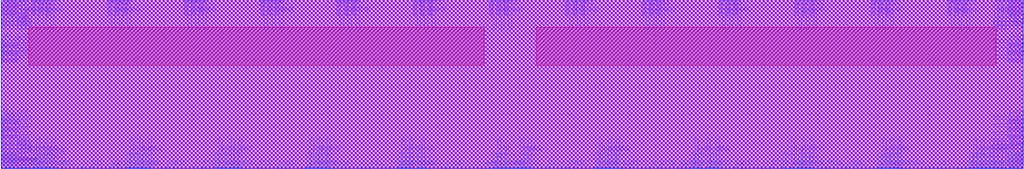
<source format=lef>
# 
#              Synchronous High Density Single Port SRAM Compiler 
# 
#                    UMC 0.13um L130E Fusion(FSG) Logic Process
#    __________________________________________________________________________
# 
# 
#      (C) Copyright 2002-2005 Faraday Technology Corp. All Rights Reserved.
#    
#    This source code is an unpublished work belongs to Faraday Technology
#    Corp.  It is considered a trade secret and is not to be divulged or
#    used by parties who have not received written authorization from
#    Faraday Technology Corp.
#    
#    Faraday's home page can be found at:
#    http:/www.faraday-tech.com
#   
#       Module Name      : SHUD130_128X32X1BM1
#       Words            : 128
#       Bits             : 32
#       Byte-Write       : 1
#       Aspect Ratio     : 1
#       Output Loading   : 0.01  (pf)
#       Data Slew        : 0.016  (ns)
#       CK Slew          : 0.016  (ns)
#       Power Ring Width : 10  (um)
# 
# -----------------------------------------------------------------------------
# 
#       Library          : FSC0U_D
#       Memaker          : 200701.1.1
#       Date             : 2009/10/23 10:11:39
# 
# -----------------------------------------------------------------------------


NAMESCASESENSITIVE ON ;
MACRO SHUD130_128X32X1BM1
CLASS BLOCK ;
FOREIGN SHUD130_128X32X1BM1 0.000 0.000 ;
ORIGIN 0.000 0.000 ;
SIZE 750.000 BY 124.000 ;
SYMMETRY x y r90 ;
SITE core ;
PIN VCC
  DIRECTION INOUT ;
  USE POWER ;
  SHAPE ABUTMENT ;
 PORT
  LAYER metal4 ;
  RECT 749.000 118.700 750.000 120.900 ;
  LAYER metal3 ;
  RECT 749.000 118.700 750.000 120.900 ;
  LAYER metal2 ;
  RECT 738.660 118.700 750.000 120.900 ;
  LAYER metal1 ;
  RECT 749.000 118.700 750.000 120.900 ;
 END
 PORT
  LAYER metal4 ;
  RECT 749.000 115.900 750.000 118.100 ;
  LAYER metal3 ;
  RECT 749.000 115.900 750.000 118.100 ;
  LAYER metal2 ;
  RECT 738.660 115.900 750.000 118.100 ;
  LAYER metal1 ;
  RECT 749.000 115.900 750.000 118.100 ;
 END
 PORT
  LAYER metal4 ;
  RECT 749.000 113.100 750.000 115.300 ;
  LAYER metal3 ;
  RECT 749.000 113.100 750.000 115.300 ;
  LAYER metal2 ;
  RECT 738.660 113.100 750.000 115.300 ;
  LAYER metal1 ;
  RECT 749.000 113.100 750.000 115.300 ;
 END
 PORT
  LAYER metal4 ;
  RECT 749.000 7.900 750.000 10.100 ;
  LAYER metal3 ;
  RECT 749.000 7.900 750.000 10.100 ;
  LAYER metal2 ;
  RECT 738.660 7.900 750.000 10.100 ;
  LAYER metal1 ;
  RECT 749.000 7.900 750.000 10.100 ;
 END
 PORT
  LAYER metal4 ;
  RECT 749.000 5.100 750.000 7.300 ;
  LAYER metal3 ;
  RECT 749.000 5.100 750.000 7.300 ;
  LAYER metal2 ;
  RECT 738.660 5.100 750.000 7.300 ;
  LAYER metal1 ;
  RECT 749.000 5.100 750.000 7.300 ;
 END
 PORT
  LAYER metal4 ;
  RECT 749.000 2.300 750.000 4.500 ;
  LAYER metal3 ;
  RECT 749.000 2.300 750.000 4.500 ;
  LAYER metal2 ;
  RECT 738.660 2.300 750.000 4.500 ;
  LAYER metal1 ;
  RECT 749.000 2.300 750.000 4.500 ;
 END
 PORT
  LAYER metal4 ;
  RECT 0.000 118.700 1.000 120.900 ;
  LAYER metal3 ;
  RECT 0.000 118.700 1.000 120.900 ;
  LAYER metal2 ;
  RECT 0.000 118.700 11.600 120.900 ;
  LAYER metal1 ;
  RECT 0.000 118.700 1.000 120.900 ;
 END
 PORT
  LAYER metal4 ;
  RECT 0.000 115.900 1.000 118.100 ;
  LAYER metal3 ;
  RECT 0.000 115.900 1.000 118.100 ;
  LAYER metal2 ;
  RECT 0.000 115.900 11.600 118.100 ;
  LAYER metal1 ;
  RECT 0.000 115.900 1.000 118.100 ;
 END
 PORT
  LAYER metal4 ;
  RECT 0.000 113.100 1.000 115.300 ;
  LAYER metal3 ;
  RECT 0.000 113.100 1.000 115.300 ;
  LAYER metal2 ;
  RECT 0.000 113.100 11.600 115.300 ;
  LAYER metal1 ;
  RECT 0.000 113.100 1.000 115.300 ;
 END
 PORT
  LAYER metal4 ;
  RECT 0.000 7.900 1.000 10.100 ;
  LAYER metal3 ;
  RECT 0.000 7.900 1.000 10.100 ;
  LAYER metal2 ;
  RECT 0.000 7.900 11.600 10.100 ;
  LAYER metal1 ;
  RECT 0.000 7.900 1.000 10.100 ;
 END
 PORT
  LAYER metal4 ;
  RECT 0.000 5.100 1.000 7.300 ;
  LAYER metal3 ;
  RECT 0.000 5.100 1.000 7.300 ;
  LAYER metal2 ;
  RECT 0.000 5.100 11.600 7.300 ;
  LAYER metal1 ;
  RECT 0.000 5.100 1.000 7.300 ;
 END
 PORT
  LAYER metal4 ;
  RECT 0.000 2.300 1.000 4.500 ;
  LAYER metal3 ;
  RECT 0.000 2.300 1.000 4.500 ;
  LAYER metal2 ;
  RECT 0.000 2.300 11.600 4.500 ;
  LAYER metal1 ;
  RECT 0.000 2.300 1.000 4.500 ;
 END
 PORT
  LAYER metal4 ;
  RECT 744.700 123.000 746.900 124.000 ;
  LAYER metal3 ;
  RECT 744.700 123.000 746.900 124.000 ;
  LAYER metal2 ;
  RECT 744.700 112.560 746.900 124.000 ;
  LAYER metal1 ;
  RECT 744.700 123.000 746.900 124.000 ;
 END
 PORT
  LAYER metal4 ;
  RECT 741.900 123.000 744.100 124.000 ;
  LAYER metal3 ;
  RECT 741.900 123.000 744.100 124.000 ;
  LAYER metal2 ;
  RECT 741.900 112.560 744.100 124.000 ;
  LAYER metal1 ;
  RECT 741.900 123.000 744.100 124.000 ;
 END
 PORT
  LAYER metal4 ;
  RECT 739.100 123.000 741.300 124.000 ;
  LAYER metal3 ;
  RECT 739.100 123.000 741.300 124.000 ;
  LAYER metal2 ;
  RECT 739.100 112.560 741.300 124.000 ;
  LAYER metal1 ;
  RECT 739.100 123.000 741.300 124.000 ;
 END
 PORT
  LAYER metal4 ;
  RECT 7.900 123.000 10.100 124.000 ;
  LAYER metal3 ;
  RECT 7.900 123.000 10.100 124.000 ;
  LAYER metal2 ;
  RECT 7.900 112.560 10.100 124.000 ;
  LAYER metal1 ;
  RECT 7.900 123.000 10.100 124.000 ;
 END
 PORT
  LAYER metal4 ;
  RECT 5.100 123.000 7.300 124.000 ;
  LAYER metal3 ;
  RECT 5.100 123.000 7.300 124.000 ;
  LAYER metal2 ;
  RECT 5.100 112.560 7.300 124.000 ;
  LAYER metal1 ;
  RECT 5.100 123.000 7.300 124.000 ;
 END
 PORT
  LAYER metal4 ;
  RECT 2.300 123.000 4.500 124.000 ;
  LAYER metal3 ;
  RECT 2.300 123.000 4.500 124.000 ;
  LAYER metal2 ;
  RECT 2.300 112.560 4.500 124.000 ;
  LAYER metal1 ;
  RECT 2.300 123.000 4.500 124.000 ;
 END
 PORT
  LAYER metal4 ;
  RECT 744.700 0.000 746.900 11.600 ;
  LAYER metal3 ;
  RECT 744.700 0.000 746.900 1.000 ;
  LAYER metal2 ;
  RECT 744.700 0.000 746.900 1.000 ;
  LAYER metal1 ;
  RECT 744.700 0.000 746.900 1.000 ;
 END
 PORT
  LAYER metal4 ;
  RECT 741.900 0.000 744.100 11.600 ;
  LAYER metal3 ;
  RECT 741.900 0.000 744.100 1.000 ;
  LAYER metal2 ;
  RECT 741.900 0.000 744.100 1.000 ;
  LAYER metal1 ;
  RECT 741.900 0.000 744.100 1.000 ;
 END
 PORT
  LAYER metal4 ;
  RECT 739.100 0.000 741.300 11.600 ;
  LAYER metal3 ;
  RECT 739.100 0.000 741.300 1.000 ;
  LAYER metal2 ;
  RECT 739.100 0.000 741.300 1.000 ;
  LAYER metal1 ;
  RECT 739.100 0.000 741.300 1.000 ;
 END
 PORT
  LAYER metal4 ;
  RECT 7.900 0.000 10.100 11.600 ;
  LAYER metal3 ;
  RECT 7.900 0.000 10.100 1.000 ;
  LAYER metal2 ;
  RECT 7.900 0.000 10.100 1.000 ;
  LAYER metal1 ;
  RECT 7.900 0.000 10.100 1.000 ;
 END
 PORT
  LAYER metal4 ;
  RECT 5.100 0.000 7.300 11.600 ;
  LAYER metal3 ;
  RECT 5.100 0.000 7.300 1.000 ;
  LAYER metal2 ;
  RECT 5.100 0.000 7.300 1.000 ;
  LAYER metal1 ;
  RECT 5.100 0.000 7.300 1.000 ;
 END
 PORT
  LAYER metal4 ;
  RECT 2.300 0.000 4.500 11.600 ;
  LAYER metal3 ;
  RECT 2.300 0.000 4.500 1.000 ;
  LAYER metal2 ;
  RECT 2.300 0.000 4.500 1.000 ;
  LAYER metal1 ;
  RECT 2.300 0.000 4.500 1.000 ;
 END
 PORT
  LAYER metal4 ;
  RECT 749.000 89.500 750.000 91.700 ;
  LAYER metal3 ;
  RECT 749.000 89.500 750.000 91.700 ;
  LAYER metal2 ;
  RECT 738.660 89.500 750.000 91.700 ;
  LAYER metal1 ;
  RECT 749.000 89.500 750.000 91.700 ;
 END
 PORT
  LAYER metal4 ;
  RECT 749.000 83.900 750.000 86.100 ;
  LAYER metal3 ;
  RECT 749.000 83.900 750.000 86.100 ;
  LAYER metal2 ;
  RECT 738.660 83.900 750.000 86.100 ;
  LAYER metal1 ;
  RECT 749.000 83.900 750.000 86.100 ;
 END
 PORT
  LAYER metal4 ;
  RECT 749.000 78.300 750.000 80.500 ;
  LAYER metal3 ;
  RECT 749.000 78.300 750.000 80.500 ;
  LAYER metal2 ;
  RECT 738.660 78.300 750.000 80.500 ;
  LAYER metal1 ;
  RECT 749.000 78.300 750.000 80.500 ;
 END
 PORT
  LAYER metal4 ;
  RECT 749.000 33.500 750.000 35.700 ;
  LAYER metal3 ;
  RECT 749.000 33.500 750.000 35.700 ;
  LAYER metal2 ;
  RECT 738.660 33.500 750.000 35.700 ;
  LAYER metal1 ;
  RECT 749.000 33.500 750.000 35.700 ;
 END
 PORT
  LAYER metal4 ;
  RECT 749.000 27.900 750.000 30.100 ;
  LAYER metal3 ;
  RECT 749.000 27.900 750.000 30.100 ;
  LAYER metal2 ;
  RECT 738.660 27.900 750.000 30.100 ;
  LAYER metal1 ;
  RECT 749.000 27.900 750.000 30.100 ;
 END
 PORT
  LAYER metal4 ;
  RECT 749.000 22.300 750.000 24.500 ;
  LAYER metal3 ;
  RECT 749.000 22.300 750.000 24.500 ;
  LAYER metal2 ;
  RECT 738.660 22.300 750.000 24.500 ;
  LAYER metal1 ;
  RECT 749.000 22.300 750.000 24.500 ;
 END
 PORT
  LAYER metal4 ;
  RECT 0.000 89.500 1.000 91.700 ;
  LAYER metal3 ;
  RECT 0.000 89.500 1.000 91.700 ;
  LAYER metal2 ;
  RECT 0.000 89.500 11.600 91.700 ;
  LAYER metal1 ;
  RECT 0.000 89.500 1.000 91.700 ;
 END
 PORT
  LAYER metal4 ;
  RECT 0.000 83.900 1.000 86.100 ;
  LAYER metal3 ;
  RECT 0.000 83.900 1.000 86.100 ;
  LAYER metal2 ;
  RECT 0.000 83.900 11.600 86.100 ;
  LAYER metal1 ;
  RECT 0.000 83.900 1.000 86.100 ;
 END
 PORT
  LAYER metal4 ;
  RECT 0.000 78.300 1.000 80.500 ;
  LAYER metal3 ;
  RECT 0.000 78.300 1.000 80.500 ;
  LAYER metal2 ;
  RECT 0.000 78.300 11.600 80.500 ;
  LAYER metal1 ;
  RECT 0.000 78.300 1.000 80.500 ;
 END
 PORT
  LAYER metal4 ;
  RECT 0.000 33.500 1.000 35.700 ;
  LAYER metal3 ;
  RECT 0.000 33.500 1.000 35.700 ;
  LAYER metal2 ;
  RECT 0.000 33.500 11.600 35.700 ;
  LAYER metal1 ;
  RECT 0.000 33.500 1.000 35.700 ;
 END
 PORT
  LAYER metal4 ;
  RECT 0.000 27.900 1.000 30.100 ;
  LAYER metal3 ;
  RECT 0.000 27.900 1.000 30.100 ;
  LAYER metal2 ;
  RECT 0.000 27.900 11.600 30.100 ;
  LAYER metal1 ;
  RECT 0.000 27.900 1.000 30.100 ;
 END
 PORT
  LAYER metal4 ;
  RECT 0.000 22.300 1.000 24.500 ;
  LAYER metal3 ;
  RECT 0.000 22.300 1.000 24.500 ;
  LAYER metal2 ;
  RECT 0.000 22.300 11.600 24.500 ;
  LAYER metal1 ;
  RECT 0.000 22.300 1.000 24.500 ;
 END
 PORT
  LAYER metal4 ;
  RECT 705.500 123.000 707.700 124.000 ;
  LAYER metal3 ;
  RECT 705.500 123.000 707.700 124.000 ;
  LAYER metal2 ;
  RECT 705.500 112.560 707.700 124.000 ;
  LAYER metal1 ;
  RECT 705.500 123.000 707.700 124.000 ;
 END
 PORT
  LAYER metal4 ;
  RECT 699.900 123.000 702.100 124.000 ;
  LAYER metal3 ;
  RECT 699.900 123.000 702.100 124.000 ;
  LAYER metal2 ;
  RECT 699.900 112.560 702.100 124.000 ;
  LAYER metal1 ;
  RECT 699.900 123.000 702.100 124.000 ;
 END
 PORT
  LAYER metal4 ;
  RECT 694.300 123.000 696.500 124.000 ;
  LAYER metal3 ;
  RECT 694.300 123.000 696.500 124.000 ;
  LAYER metal2 ;
  RECT 694.300 112.560 696.500 124.000 ;
  LAYER metal1 ;
  RECT 694.300 123.000 696.500 124.000 ;
 END
 PORT
  LAYER metal4 ;
  RECT 649.500 123.000 651.700 124.000 ;
  LAYER metal3 ;
  RECT 649.500 123.000 651.700 124.000 ;
  LAYER metal2 ;
  RECT 649.500 112.560 651.700 124.000 ;
  LAYER metal1 ;
  RECT 649.500 123.000 651.700 124.000 ;
 END
 PORT
  LAYER metal4 ;
  RECT 643.900 123.000 646.100 124.000 ;
  LAYER metal3 ;
  RECT 643.900 123.000 646.100 124.000 ;
  LAYER metal2 ;
  RECT 643.900 112.560 646.100 124.000 ;
  LAYER metal1 ;
  RECT 643.900 123.000 646.100 124.000 ;
 END
 PORT
  LAYER metal4 ;
  RECT 638.300 123.000 640.500 124.000 ;
  LAYER metal3 ;
  RECT 638.300 123.000 640.500 124.000 ;
  LAYER metal2 ;
  RECT 638.300 112.560 640.500 124.000 ;
  LAYER metal1 ;
  RECT 638.300 123.000 640.500 124.000 ;
 END
 PORT
  LAYER metal4 ;
  RECT 593.500 123.000 595.700 124.000 ;
  LAYER metal3 ;
  RECT 593.500 123.000 595.700 124.000 ;
  LAYER metal2 ;
  RECT 593.500 112.560 595.700 124.000 ;
  LAYER metal1 ;
  RECT 593.500 123.000 595.700 124.000 ;
 END
 PORT
  LAYER metal4 ;
  RECT 587.900 123.000 590.100 124.000 ;
  LAYER metal3 ;
  RECT 587.900 123.000 590.100 124.000 ;
  LAYER metal2 ;
  RECT 587.900 112.560 590.100 124.000 ;
  LAYER metal1 ;
  RECT 587.900 123.000 590.100 124.000 ;
 END
 PORT
  LAYER metal4 ;
  RECT 582.300 123.000 584.500 124.000 ;
  LAYER metal3 ;
  RECT 582.300 123.000 584.500 124.000 ;
  LAYER metal2 ;
  RECT 582.300 112.560 584.500 124.000 ;
  LAYER metal1 ;
  RECT 582.300 123.000 584.500 124.000 ;
 END
 PORT
  LAYER metal4 ;
  RECT 537.500 123.000 539.700 124.000 ;
  LAYER metal3 ;
  RECT 537.500 123.000 539.700 124.000 ;
  LAYER metal2 ;
  RECT 537.500 112.560 539.700 124.000 ;
  LAYER metal1 ;
  RECT 537.500 123.000 539.700 124.000 ;
 END
 PORT
  LAYER metal4 ;
  RECT 531.900 123.000 534.100 124.000 ;
  LAYER metal3 ;
  RECT 531.900 123.000 534.100 124.000 ;
  LAYER metal2 ;
  RECT 531.900 112.560 534.100 124.000 ;
  LAYER metal1 ;
  RECT 531.900 123.000 534.100 124.000 ;
 END
 PORT
  LAYER metal4 ;
  RECT 526.300 123.000 528.500 124.000 ;
  LAYER metal3 ;
  RECT 526.300 123.000 528.500 124.000 ;
  LAYER metal2 ;
  RECT 526.300 112.560 528.500 124.000 ;
  LAYER metal1 ;
  RECT 526.300 123.000 528.500 124.000 ;
 END
 PORT
  LAYER metal4 ;
  RECT 481.500 123.000 483.700 124.000 ;
  LAYER metal3 ;
  RECT 481.500 123.000 483.700 124.000 ;
  LAYER metal2 ;
  RECT 481.500 112.560 483.700 124.000 ;
  LAYER metal1 ;
  RECT 481.500 123.000 483.700 124.000 ;
 END
 PORT
  LAYER metal4 ;
  RECT 475.900 123.000 478.100 124.000 ;
  LAYER metal3 ;
  RECT 475.900 123.000 478.100 124.000 ;
  LAYER metal2 ;
  RECT 475.900 112.560 478.100 124.000 ;
  LAYER metal1 ;
  RECT 475.900 123.000 478.100 124.000 ;
 END
 PORT
  LAYER metal4 ;
  RECT 470.300 123.000 472.500 124.000 ;
  LAYER metal3 ;
  RECT 470.300 123.000 472.500 124.000 ;
  LAYER metal2 ;
  RECT 470.300 112.560 472.500 124.000 ;
  LAYER metal1 ;
  RECT 470.300 123.000 472.500 124.000 ;
 END
 PORT
  LAYER metal4 ;
  RECT 425.500 123.000 427.700 124.000 ;
  LAYER metal3 ;
  RECT 425.500 123.000 427.700 124.000 ;
  LAYER metal2 ;
  RECT 425.500 112.560 427.700 124.000 ;
  LAYER metal1 ;
  RECT 425.500 123.000 427.700 124.000 ;
 END
 PORT
  LAYER metal4 ;
  RECT 419.900 123.000 422.100 124.000 ;
  LAYER metal3 ;
  RECT 419.900 123.000 422.100 124.000 ;
  LAYER metal2 ;
  RECT 419.900 112.560 422.100 124.000 ;
  LAYER metal1 ;
  RECT 419.900 123.000 422.100 124.000 ;
 END
 PORT
  LAYER metal4 ;
  RECT 414.300 123.000 416.500 124.000 ;
  LAYER metal3 ;
  RECT 414.300 123.000 416.500 124.000 ;
  LAYER metal2 ;
  RECT 414.300 112.560 416.500 124.000 ;
  LAYER metal1 ;
  RECT 414.300 123.000 416.500 124.000 ;
 END
 PORT
  LAYER metal4 ;
  RECT 369.500 123.000 371.700 124.000 ;
  LAYER metal3 ;
  RECT 369.500 123.000 371.700 124.000 ;
  LAYER metal2 ;
  RECT 369.500 112.560 371.700 124.000 ;
  LAYER metal1 ;
  RECT 369.500 123.000 371.700 124.000 ;
 END
 PORT
  LAYER metal4 ;
  RECT 363.900 123.000 366.100 124.000 ;
  LAYER metal3 ;
  RECT 363.900 123.000 366.100 124.000 ;
  LAYER metal2 ;
  RECT 363.900 112.560 366.100 124.000 ;
  LAYER metal1 ;
  RECT 363.900 123.000 366.100 124.000 ;
 END
 PORT
  LAYER metal4 ;
  RECT 358.300 123.000 360.500 124.000 ;
  LAYER metal3 ;
  RECT 358.300 123.000 360.500 124.000 ;
  LAYER metal2 ;
  RECT 358.300 112.560 360.500 124.000 ;
  LAYER metal1 ;
  RECT 358.300 123.000 360.500 124.000 ;
 END
 PORT
  LAYER metal4 ;
  RECT 313.500 123.000 315.700 124.000 ;
  LAYER metal3 ;
  RECT 313.500 123.000 315.700 124.000 ;
  LAYER metal2 ;
  RECT 313.500 112.560 315.700 124.000 ;
  LAYER metal1 ;
  RECT 313.500 123.000 315.700 124.000 ;
 END
 PORT
  LAYER metal4 ;
  RECT 307.900 123.000 310.100 124.000 ;
  LAYER metal3 ;
  RECT 307.900 123.000 310.100 124.000 ;
  LAYER metal2 ;
  RECT 307.900 112.560 310.100 124.000 ;
  LAYER metal1 ;
  RECT 307.900 123.000 310.100 124.000 ;
 END
 PORT
  LAYER metal4 ;
  RECT 302.300 123.000 304.500 124.000 ;
  LAYER metal3 ;
  RECT 302.300 123.000 304.500 124.000 ;
  LAYER metal2 ;
  RECT 302.300 112.560 304.500 124.000 ;
  LAYER metal1 ;
  RECT 302.300 123.000 304.500 124.000 ;
 END
 PORT
  LAYER metal4 ;
  RECT 257.500 123.000 259.700 124.000 ;
  LAYER metal3 ;
  RECT 257.500 123.000 259.700 124.000 ;
  LAYER metal2 ;
  RECT 257.500 112.560 259.700 124.000 ;
  LAYER metal1 ;
  RECT 257.500 123.000 259.700 124.000 ;
 END
 PORT
  LAYER metal4 ;
  RECT 251.900 123.000 254.100 124.000 ;
  LAYER metal3 ;
  RECT 251.900 123.000 254.100 124.000 ;
  LAYER metal2 ;
  RECT 251.900 112.560 254.100 124.000 ;
  LAYER metal1 ;
  RECT 251.900 123.000 254.100 124.000 ;
 END
 PORT
  LAYER metal4 ;
  RECT 246.300 123.000 248.500 124.000 ;
  LAYER metal3 ;
  RECT 246.300 123.000 248.500 124.000 ;
  LAYER metal2 ;
  RECT 246.300 112.560 248.500 124.000 ;
  LAYER metal1 ;
  RECT 246.300 123.000 248.500 124.000 ;
 END
 PORT
  LAYER metal4 ;
  RECT 201.500 123.000 203.700 124.000 ;
  LAYER metal3 ;
  RECT 201.500 123.000 203.700 124.000 ;
  LAYER metal2 ;
  RECT 201.500 112.560 203.700 124.000 ;
  LAYER metal1 ;
  RECT 201.500 123.000 203.700 124.000 ;
 END
 PORT
  LAYER metal4 ;
  RECT 195.900 123.000 198.100 124.000 ;
  LAYER metal3 ;
  RECT 195.900 123.000 198.100 124.000 ;
  LAYER metal2 ;
  RECT 195.900 112.560 198.100 124.000 ;
  LAYER metal1 ;
  RECT 195.900 123.000 198.100 124.000 ;
 END
 PORT
  LAYER metal4 ;
  RECT 190.300 123.000 192.500 124.000 ;
  LAYER metal3 ;
  RECT 190.300 123.000 192.500 124.000 ;
  LAYER metal2 ;
  RECT 190.300 112.560 192.500 124.000 ;
  LAYER metal1 ;
  RECT 190.300 123.000 192.500 124.000 ;
 END
 PORT
  LAYER metal4 ;
  RECT 145.500 123.000 147.700 124.000 ;
  LAYER metal3 ;
  RECT 145.500 123.000 147.700 124.000 ;
  LAYER metal2 ;
  RECT 145.500 112.560 147.700 124.000 ;
  LAYER metal1 ;
  RECT 145.500 123.000 147.700 124.000 ;
 END
 PORT
  LAYER metal4 ;
  RECT 139.900 123.000 142.100 124.000 ;
  LAYER metal3 ;
  RECT 139.900 123.000 142.100 124.000 ;
  LAYER metal2 ;
  RECT 139.900 112.560 142.100 124.000 ;
  LAYER metal1 ;
  RECT 139.900 123.000 142.100 124.000 ;
 END
 PORT
  LAYER metal4 ;
  RECT 134.300 123.000 136.500 124.000 ;
  LAYER metal3 ;
  RECT 134.300 123.000 136.500 124.000 ;
  LAYER metal2 ;
  RECT 134.300 112.560 136.500 124.000 ;
  LAYER metal1 ;
  RECT 134.300 123.000 136.500 124.000 ;
 END
 PORT
  LAYER metal4 ;
  RECT 89.500 123.000 91.700 124.000 ;
  LAYER metal3 ;
  RECT 89.500 123.000 91.700 124.000 ;
  LAYER metal2 ;
  RECT 89.500 112.560 91.700 124.000 ;
  LAYER metal1 ;
  RECT 89.500 123.000 91.700 124.000 ;
 END
 PORT
  LAYER metal4 ;
  RECT 83.900 123.000 86.100 124.000 ;
  LAYER metal3 ;
  RECT 83.900 123.000 86.100 124.000 ;
  LAYER metal2 ;
  RECT 83.900 112.560 86.100 124.000 ;
  LAYER metal1 ;
  RECT 83.900 123.000 86.100 124.000 ;
 END
 PORT
  LAYER metal4 ;
  RECT 78.300 123.000 80.500 124.000 ;
  LAYER metal3 ;
  RECT 78.300 123.000 80.500 124.000 ;
  LAYER metal2 ;
  RECT 78.300 112.560 80.500 124.000 ;
  LAYER metal1 ;
  RECT 78.300 123.000 80.500 124.000 ;
 END
 PORT
  LAYER metal4 ;
  RECT 33.500 123.000 35.700 124.000 ;
  LAYER metal3 ;
  RECT 33.500 123.000 35.700 124.000 ;
  LAYER metal2 ;
  RECT 33.500 112.560 35.700 124.000 ;
  LAYER metal1 ;
  RECT 33.500 123.000 35.700 124.000 ;
 END
 PORT
  LAYER metal4 ;
  RECT 27.900 123.000 30.100 124.000 ;
  LAYER metal3 ;
  RECT 27.900 123.000 30.100 124.000 ;
  LAYER metal2 ;
  RECT 27.900 112.560 30.100 124.000 ;
  LAYER metal1 ;
  RECT 27.900 123.000 30.100 124.000 ;
 END
 PORT
  LAYER metal4 ;
  RECT 22.300 123.000 24.500 124.000 ;
  LAYER metal3 ;
  RECT 22.300 123.000 24.500 124.000 ;
  LAYER metal2 ;
  RECT 22.300 112.560 24.500 124.000 ;
  LAYER metal1 ;
  RECT 22.300 123.000 24.500 124.000 ;
 END
 PORT
  LAYER metal4 ;
  RECT 722.700 0.000 724.900 11.600 ;
  LAYER metal3 ;
  RECT 722.700 0.000 724.900 1.000 ;
  LAYER metal2 ;
  RECT 722.700 0.000 724.900 1.000 ;
  LAYER metal1 ;
  RECT 722.700 0.000 724.900 1.000 ;
 END
 PORT
  LAYER metal4 ;
  RECT 716.300 0.000 718.500 11.600 ;
  LAYER metal3 ;
  RECT 716.300 0.000 718.500 1.000 ;
  LAYER metal2 ;
  RECT 716.300 0.000 718.500 1.000 ;
  LAYER metal1 ;
  RECT 716.300 0.000 718.500 1.000 ;
 END
 PORT
  LAYER metal4 ;
  RECT 710.700 0.000 712.900 11.600 ;
  LAYER metal3 ;
  RECT 710.700 0.000 712.900 1.000 ;
  LAYER metal2 ;
  RECT 710.700 0.000 712.900 1.000 ;
  LAYER metal1 ;
  RECT 710.700 0.000 712.900 1.000 ;
 END
 PORT
  LAYER metal4 ;
  RECT 655.500 0.000 657.700 11.600 ;
  LAYER metal3 ;
  RECT 655.500 0.000 657.700 1.000 ;
  LAYER metal2 ;
  RECT 655.500 0.000 657.700 1.000 ;
  LAYER metal1 ;
  RECT 655.500 0.000 657.700 1.000 ;
 END
 PORT
  LAYER metal4 ;
  RECT 649.900 0.000 652.100 11.600 ;
  LAYER metal3 ;
  RECT 649.900 0.000 652.100 1.000 ;
  LAYER metal2 ;
  RECT 649.900 0.000 652.100 1.000 ;
  LAYER metal1 ;
  RECT 649.900 0.000 652.100 1.000 ;
 END
 PORT
  LAYER metal4 ;
  RECT 643.500 0.000 645.700 11.600 ;
  LAYER metal3 ;
  RECT 643.500 0.000 645.700 1.000 ;
  LAYER metal2 ;
  RECT 643.500 0.000 645.700 1.000 ;
  LAYER metal1 ;
  RECT 643.500 0.000 645.700 1.000 ;
 END
 PORT
  LAYER metal4 ;
  RECT 590.700 0.000 592.900 11.600 ;
  LAYER metal3 ;
  RECT 590.700 0.000 592.900 1.000 ;
  LAYER metal2 ;
  RECT 590.700 0.000 592.900 1.000 ;
  LAYER metal1 ;
  RECT 590.700 0.000 592.900 1.000 ;
 END
 PORT
  LAYER metal4 ;
  RECT 585.100 0.000 587.300 11.600 ;
  LAYER metal3 ;
  RECT 585.100 0.000 587.300 1.000 ;
  LAYER metal2 ;
  RECT 585.100 0.000 587.300 1.000 ;
  LAYER metal1 ;
  RECT 585.100 0.000 587.300 1.000 ;
 END
 PORT
  LAYER metal4 ;
  RECT 573.900 0.000 576.100 11.600 ;
  LAYER metal3 ;
  RECT 573.900 0.000 576.100 1.000 ;
  LAYER metal2 ;
  RECT 573.900 0.000 576.100 1.000 ;
  LAYER metal1 ;
  RECT 573.900 0.000 576.100 1.000 ;
 END
 PORT
  LAYER metal4 ;
  RECT 520.700 0.000 522.900 11.600 ;
  LAYER metal3 ;
  RECT 520.700 0.000 522.900 1.000 ;
  LAYER metal2 ;
  RECT 520.700 0.000 522.900 1.000 ;
  LAYER metal1 ;
  RECT 520.700 0.000 522.900 1.000 ;
 END
 PORT
  LAYER metal4 ;
  RECT 511.900 0.000 514.100 11.600 ;
  LAYER metal3 ;
  RECT 511.900 0.000 514.100 1.000 ;
  LAYER metal2 ;
  RECT 511.900 0.000 514.100 1.000 ;
  LAYER metal1 ;
  RECT 511.900 0.000 514.100 1.000 ;
 END
 PORT
  LAYER metal4 ;
  RECT 506.300 0.000 508.500 11.600 ;
  LAYER metal3 ;
  RECT 506.300 0.000 508.500 1.000 ;
  LAYER metal2 ;
  RECT 506.300 0.000 508.500 1.000 ;
  LAYER metal1 ;
  RECT 506.300 0.000 508.500 1.000 ;
 END
 PORT
  LAYER metal4 ;
  RECT 448.300 0.000 450.500 11.600 ;
  LAYER metal3 ;
  RECT 448.300 0.000 450.500 1.000 ;
  LAYER metal2 ;
  RECT 448.300 0.000 450.500 1.000 ;
  LAYER metal1 ;
  RECT 448.300 0.000 450.500 1.000 ;
 END
 PORT
  LAYER metal4 ;
  RECT 442.700 0.000 444.900 11.600 ;
  LAYER metal3 ;
  RECT 442.700 0.000 444.900 1.000 ;
  LAYER metal2 ;
  RECT 442.700 0.000 444.900 1.000 ;
  LAYER metal1 ;
  RECT 442.700 0.000 444.900 1.000 ;
 END
 PORT
  LAYER metal4 ;
  RECT 436.300 0.000 438.500 11.600 ;
  LAYER metal3 ;
  RECT 436.300 0.000 438.500 1.000 ;
  LAYER metal2 ;
  RECT 436.300 0.000 438.500 1.000 ;
  LAYER metal1 ;
  RECT 436.300 0.000 438.500 1.000 ;
 END
 PORT
  LAYER metal4 ;
  RECT 383.900 0.000 386.100 11.600 ;
  LAYER metal3 ;
  RECT 383.900 0.000 386.100 1.000 ;
  LAYER metal2 ;
  RECT 383.900 0.000 386.100 1.000 ;
  LAYER metal1 ;
  RECT 383.900 0.000 386.100 1.000 ;
 END
 PORT
  LAYER metal4 ;
  RECT 369.100 0.000 371.300 11.600 ;
  LAYER metal3 ;
  RECT 369.100 0.000 371.300 1.000 ;
  LAYER metal2 ;
  RECT 369.100 0.000 371.300 1.000 ;
  LAYER metal1 ;
  RECT 369.100 0.000 371.300 1.000 ;
 END
 PORT
  LAYER metal4 ;
  RECT 361.500 0.000 363.700 11.600 ;
  LAYER metal3 ;
  RECT 361.500 0.000 363.700 1.000 ;
  LAYER metal2 ;
  RECT 361.500 0.000 363.700 1.000 ;
  LAYER metal1 ;
  RECT 361.500 0.000 363.700 1.000 ;
 END
 PORT
  LAYER metal4 ;
  RECT 305.900 0.000 308.100 11.600 ;
  LAYER metal3 ;
  RECT 305.900 0.000 308.100 1.000 ;
  LAYER metal2 ;
  RECT 305.900 0.000 308.100 1.000 ;
  LAYER metal1 ;
  RECT 305.900 0.000 308.100 1.000 ;
 END
 PORT
  LAYER metal4 ;
  RECT 297.100 0.000 299.300 11.600 ;
  LAYER metal3 ;
  RECT 297.100 0.000 299.300 1.000 ;
  LAYER metal2 ;
  RECT 297.100 0.000 299.300 1.000 ;
  LAYER metal1 ;
  RECT 297.100 0.000 299.300 1.000 ;
 END
 PORT
  LAYER metal4 ;
  RECT 291.500 0.000 293.700 11.600 ;
  LAYER metal3 ;
  RECT 291.500 0.000 293.700 1.000 ;
  LAYER metal2 ;
  RECT 291.500 0.000 293.700 1.000 ;
  LAYER metal1 ;
  RECT 291.500 0.000 293.700 1.000 ;
 END
 PORT
  LAYER metal4 ;
  RECT 236.300 0.000 238.500 11.600 ;
  LAYER metal3 ;
  RECT 236.300 0.000 238.500 1.000 ;
  LAYER metal2 ;
  RECT 236.300 0.000 238.500 1.000 ;
  LAYER metal1 ;
  RECT 236.300 0.000 238.500 1.000 ;
 END
 PORT
  LAYER metal4 ;
  RECT 230.700 0.000 232.900 11.600 ;
  LAYER metal3 ;
  RECT 230.700 0.000 232.900 1.000 ;
  LAYER metal2 ;
  RECT 230.700 0.000 232.900 1.000 ;
  LAYER metal1 ;
  RECT 230.700 0.000 232.900 1.000 ;
 END
 PORT
  LAYER metal4 ;
  RECT 224.300 0.000 226.500 11.600 ;
  LAYER metal3 ;
  RECT 224.300 0.000 226.500 1.000 ;
  LAYER metal2 ;
  RECT 224.300 0.000 226.500 1.000 ;
  LAYER metal1 ;
  RECT 224.300 0.000 226.500 1.000 ;
 END
 PORT
  LAYER metal4 ;
  RECT 171.500 0.000 173.700 11.600 ;
  LAYER metal3 ;
  RECT 171.500 0.000 173.700 1.000 ;
  LAYER metal2 ;
  RECT 171.500 0.000 173.700 1.000 ;
  LAYER metal1 ;
  RECT 171.500 0.000 173.700 1.000 ;
 END
 PORT
  LAYER metal4 ;
  RECT 163.500 0.000 165.700 11.600 ;
  LAYER metal3 ;
  RECT 163.500 0.000 165.700 1.000 ;
  LAYER metal2 ;
  RECT 163.500 0.000 165.700 1.000 ;
  LAYER metal1 ;
  RECT 163.500 0.000 165.700 1.000 ;
 END
 PORT
  LAYER metal4 ;
  RECT 157.100 0.000 159.300 11.600 ;
  LAYER metal3 ;
  RECT 157.100 0.000 159.300 1.000 ;
  LAYER metal2 ;
  RECT 157.100 0.000 159.300 1.000 ;
  LAYER metal1 ;
  RECT 157.100 0.000 159.300 1.000 ;
 END
 PORT
  LAYER metal4 ;
  RECT 104.300 0.000 106.500 11.600 ;
  LAYER metal3 ;
  RECT 104.300 0.000 106.500 1.000 ;
  LAYER metal2 ;
  RECT 104.300 0.000 106.500 1.000 ;
  LAYER metal1 ;
  RECT 104.300 0.000 106.500 1.000 ;
 END
 PORT
  LAYER metal4 ;
  RECT 97.900 0.000 100.100 11.600 ;
  LAYER metal3 ;
  RECT 97.900 0.000 100.100 1.000 ;
  LAYER metal2 ;
  RECT 97.900 0.000 100.100 1.000 ;
  LAYER metal1 ;
  RECT 97.900 0.000 100.100 1.000 ;
 END
 PORT
  LAYER metal4 ;
  RECT 92.300 0.000 94.500 11.600 ;
  LAYER metal3 ;
  RECT 92.300 0.000 94.500 1.000 ;
  LAYER metal2 ;
  RECT 92.300 0.000 94.500 1.000 ;
  LAYER metal1 ;
  RECT 92.300 0.000 94.500 1.000 ;
 END
 PORT
  LAYER metal4 ;
  RECT 34.300 0.000 36.500 11.600 ;
  LAYER metal3 ;
  RECT 34.300 0.000 36.500 1.000 ;
  LAYER metal2 ;
  RECT 34.300 0.000 36.500 1.000 ;
  LAYER metal1 ;
  RECT 34.300 0.000 36.500 1.000 ;
 END
 PORT
  LAYER metal4 ;
  RECT 28.700 0.000 30.900 11.600 ;
  LAYER metal3 ;
  RECT 28.700 0.000 30.900 1.000 ;
  LAYER metal2 ;
  RECT 28.700 0.000 30.900 1.000 ;
  LAYER metal1 ;
  RECT 28.700 0.000 30.900 1.000 ;
 END
 PORT
  LAYER metal4 ;
  RECT 22.300 0.000 24.500 11.600 ;
  LAYER metal3 ;
  RECT 22.300 0.000 24.500 1.000 ;
  LAYER metal2 ;
  RECT 22.300 0.000 24.500 1.000 ;
  LAYER metal1 ;
  RECT 22.300 0.000 24.500 1.000 ;
 END
END VCC
PIN GND
  DIRECTION INPUT ;
  USE GROUND ;
  SHAPE ABUTMENT ;
 PORT
  LAYER metal4 ;
  RECT 749.000 108.300 750.000 110.500 ;
  LAYER metal3 ;
  RECT 728.380 108.300 750.000 110.500 ;
  LAYER metal2 ;
  RECT 749.000 108.300 750.000 110.500 ;
  LAYER metal1 ;
  RECT 749.000 108.300 750.000 110.500 ;
 END
 PORT
  LAYER metal4 ;
  RECT 749.000 105.500 750.000 107.700 ;
  LAYER metal3 ;
  RECT 728.380 105.500 750.000 107.700 ;
  LAYER metal2 ;
  RECT 749.000 105.500 750.000 107.700 ;
  LAYER metal1 ;
  RECT 749.000 105.500 750.000 107.700 ;
 END
 PORT
  LAYER metal4 ;
  RECT 749.000 102.700 750.000 104.900 ;
  LAYER metal3 ;
  RECT 728.380 102.700 750.000 104.900 ;
  LAYER metal2 ;
  RECT 749.000 102.700 750.000 104.900 ;
  LAYER metal1 ;
  RECT 749.000 102.700 750.000 104.900 ;
 END
 PORT
  LAYER metal4 ;
  RECT 749.000 17.900 750.000 20.100 ;
  LAYER metal3 ;
  RECT 728.380 17.900 750.000 20.100 ;
  LAYER metal2 ;
  RECT 749.000 17.900 750.000 20.100 ;
  LAYER metal1 ;
  RECT 749.000 17.900 750.000 20.100 ;
 END
 PORT
  LAYER metal4 ;
  RECT 749.000 15.100 750.000 17.300 ;
  LAYER metal3 ;
  RECT 728.380 15.100 750.000 17.300 ;
  LAYER metal2 ;
  RECT 749.000 15.100 750.000 17.300 ;
  LAYER metal1 ;
  RECT 749.000 15.100 750.000 17.300 ;
 END
 PORT
  LAYER metal4 ;
  RECT 749.000 12.300 750.000 14.500 ;
  LAYER metal3 ;
  RECT 728.380 12.300 750.000 14.500 ;
  LAYER metal2 ;
  RECT 749.000 12.300 750.000 14.500 ;
  LAYER metal1 ;
  RECT 749.000 12.300 750.000 14.500 ;
 END
 PORT
  LAYER metal4 ;
  RECT 0.000 108.300 1.000 110.500 ;
  LAYER metal3 ;
  RECT 0.000 108.300 21.880 110.500 ;
  LAYER metal2 ;
  RECT 0.000 108.300 1.000 110.500 ;
  LAYER metal1 ;
  RECT 0.000 108.300 1.000 110.500 ;
 END
 PORT
  LAYER metal4 ;
  RECT 0.000 105.500 1.000 107.700 ;
  LAYER metal3 ;
  RECT 0.000 105.500 21.880 107.700 ;
  LAYER metal2 ;
  RECT 0.000 105.500 1.000 107.700 ;
  LAYER metal1 ;
  RECT 0.000 105.500 1.000 107.700 ;
 END
 PORT
  LAYER metal4 ;
  RECT 0.000 102.700 1.000 104.900 ;
  LAYER metal3 ;
  RECT 0.000 102.700 21.880 104.900 ;
  LAYER metal2 ;
  RECT 0.000 102.700 1.000 104.900 ;
  LAYER metal1 ;
  RECT 0.000 102.700 1.000 104.900 ;
 END
 PORT
  LAYER metal4 ;
  RECT 0.000 17.900 1.000 20.100 ;
  LAYER metal3 ;
  RECT 0.000 17.900 21.880 20.100 ;
  LAYER metal2 ;
  RECT 0.000 17.900 1.000 20.100 ;
  LAYER metal1 ;
  RECT 0.000 17.900 1.000 20.100 ;
 END
 PORT
  LAYER metal4 ;
  RECT 0.000 15.100 1.000 17.300 ;
  LAYER metal3 ;
  RECT 0.000 15.100 21.880 17.300 ;
  LAYER metal2 ;
  RECT 0.000 15.100 1.000 17.300 ;
  LAYER metal1 ;
  RECT 0.000 15.100 1.000 17.300 ;
 END
 PORT
  LAYER metal4 ;
  RECT 0.000 12.300 1.000 14.500 ;
  LAYER metal3 ;
  RECT 0.000 12.300 21.880 14.500 ;
  LAYER metal2 ;
  RECT 0.000 12.300 1.000 14.500 ;
  LAYER metal1 ;
  RECT 0.000 12.300 1.000 14.500 ;
 END
 PORT
  LAYER metal4 ;
  RECT 734.700 123.000 736.900 124.000 ;
  LAYER metal3 ;
  RECT 734.700 102.280 736.900 124.000 ;
  LAYER metal2 ;
  RECT 734.700 123.000 736.900 124.000 ;
  LAYER metal1 ;
  RECT 734.700 123.000 736.900 124.000 ;
 END
 PORT
  LAYER metal4 ;
  RECT 731.900 123.000 734.100 124.000 ;
  LAYER metal3 ;
  RECT 731.900 102.280 734.100 124.000 ;
  LAYER metal2 ;
  RECT 731.900 123.000 734.100 124.000 ;
  LAYER metal1 ;
  RECT 731.900 123.000 734.100 124.000 ;
 END
 PORT
  LAYER metal4 ;
  RECT 729.100 123.000 731.300 124.000 ;
  LAYER metal3 ;
  RECT 729.100 102.280 731.300 124.000 ;
  LAYER metal2 ;
  RECT 729.100 123.000 731.300 124.000 ;
  LAYER metal1 ;
  RECT 729.100 123.000 731.300 124.000 ;
 END
 PORT
  LAYER metal4 ;
  RECT 17.900 123.000 20.100 124.000 ;
  LAYER metal3 ;
  RECT 17.900 102.280 20.100 124.000 ;
  LAYER metal2 ;
  RECT 17.900 123.000 20.100 124.000 ;
  LAYER metal1 ;
  RECT 17.900 123.000 20.100 124.000 ;
 END
 PORT
  LAYER metal4 ;
  RECT 15.100 123.000 17.300 124.000 ;
  LAYER metal3 ;
  RECT 15.100 102.280 17.300 124.000 ;
  LAYER metal2 ;
  RECT 15.100 123.000 17.300 124.000 ;
  LAYER metal1 ;
  RECT 15.100 123.000 17.300 124.000 ;
 END
 PORT
  LAYER metal4 ;
  RECT 12.300 123.000 14.500 124.000 ;
  LAYER metal3 ;
  RECT 12.300 102.280 14.500 124.000 ;
  LAYER metal2 ;
  RECT 12.300 123.000 14.500 124.000 ;
  LAYER metal1 ;
  RECT 12.300 123.000 14.500 124.000 ;
 END
 PORT
  LAYER metal4 ;
  RECT 734.700 0.000 736.900 1.000 ;
  LAYER metal3 ;
  RECT 734.700 0.000 736.900 21.880 ;
  LAYER metal2 ;
  RECT 734.700 0.000 736.900 1.000 ;
  LAYER metal1 ;
  RECT 734.700 0.000 736.900 1.000 ;
 END
 PORT
  LAYER metal4 ;
  RECT 731.900 0.000 734.100 1.000 ;
  LAYER metal3 ;
  RECT 731.900 0.000 734.100 21.880 ;
  LAYER metal2 ;
  RECT 731.900 0.000 734.100 1.000 ;
  LAYER metal1 ;
  RECT 731.900 0.000 734.100 1.000 ;
 END
 PORT
  LAYER metal4 ;
  RECT 729.100 0.000 731.300 1.000 ;
  LAYER metal3 ;
  RECT 729.100 0.000 731.300 21.880 ;
  LAYER metal2 ;
  RECT 729.100 0.000 731.300 1.000 ;
  LAYER metal1 ;
  RECT 729.100 0.000 731.300 1.000 ;
 END
 PORT
  LAYER metal4 ;
  RECT 17.900 0.000 20.100 1.000 ;
  LAYER metal3 ;
  RECT 17.900 0.000 20.100 21.880 ;
  LAYER metal2 ;
  RECT 17.900 0.000 20.100 1.000 ;
  LAYER metal1 ;
  RECT 17.900 0.000 20.100 1.000 ;
 END
 PORT
  LAYER metal4 ;
  RECT 15.100 0.000 17.300 1.000 ;
  LAYER metal3 ;
  RECT 15.100 0.000 17.300 21.880 ;
  LAYER metal2 ;
  RECT 15.100 0.000 17.300 1.000 ;
  LAYER metal1 ;
  RECT 15.100 0.000 17.300 1.000 ;
 END
 PORT
  LAYER metal4 ;
  RECT 12.300 0.000 14.500 1.000 ;
  LAYER metal3 ;
  RECT 12.300 0.000 14.500 21.880 ;
  LAYER metal2 ;
  RECT 12.300 0.000 14.500 1.000 ;
  LAYER metal1 ;
  RECT 12.300 0.000 14.500 1.000 ;
 END
 PORT
  LAYER metal4 ;
  RECT 749.000 92.300 750.000 94.500 ;
  LAYER metal3 ;
  RECT 728.380 92.300 750.000 94.500 ;
  LAYER metal2 ;
  RECT 749.000 92.300 750.000 94.500 ;
  LAYER metal1 ;
  RECT 749.000 92.300 750.000 94.500 ;
 END
 PORT
  LAYER metal4 ;
  RECT 749.000 86.700 750.000 88.900 ;
  LAYER metal3 ;
  RECT 728.380 86.700 750.000 88.900 ;
  LAYER metal2 ;
  RECT 749.000 86.700 750.000 88.900 ;
  LAYER metal1 ;
  RECT 749.000 86.700 750.000 88.900 ;
 END
 PORT
  LAYER metal4 ;
  RECT 749.000 81.100 750.000 83.300 ;
  LAYER metal3 ;
  RECT 728.380 81.100 750.000 83.300 ;
  LAYER metal2 ;
  RECT 749.000 81.100 750.000 83.300 ;
  LAYER metal1 ;
  RECT 749.000 81.100 750.000 83.300 ;
 END
 PORT
  LAYER metal4 ;
  RECT 749.000 36.300 750.000 38.500 ;
  LAYER metal3 ;
  RECT 728.380 36.300 750.000 38.500 ;
  LAYER metal2 ;
  RECT 749.000 36.300 750.000 38.500 ;
  LAYER metal1 ;
  RECT 749.000 36.300 750.000 38.500 ;
 END
 PORT
  LAYER metal4 ;
  RECT 749.000 30.700 750.000 32.900 ;
  LAYER metal3 ;
  RECT 728.380 30.700 750.000 32.900 ;
  LAYER metal2 ;
  RECT 749.000 30.700 750.000 32.900 ;
  LAYER metal1 ;
  RECT 749.000 30.700 750.000 32.900 ;
 END
 PORT
  LAYER metal4 ;
  RECT 749.000 25.100 750.000 27.300 ;
  LAYER metal3 ;
  RECT 728.380 25.100 750.000 27.300 ;
  LAYER metal2 ;
  RECT 749.000 25.100 750.000 27.300 ;
  LAYER metal1 ;
  RECT 749.000 25.100 750.000 27.300 ;
 END
 PORT
  LAYER metal4 ;
  RECT 0.000 92.300 1.000 94.500 ;
  LAYER metal3 ;
  RECT 0.000 92.300 21.880 94.500 ;
  LAYER metal2 ;
  RECT 0.000 92.300 1.000 94.500 ;
  LAYER metal1 ;
  RECT 0.000 92.300 1.000 94.500 ;
 END
 PORT
  LAYER metal4 ;
  RECT 0.000 86.700 1.000 88.900 ;
  LAYER metal3 ;
  RECT 0.000 86.700 21.880 88.900 ;
  LAYER metal2 ;
  RECT 0.000 86.700 1.000 88.900 ;
  LAYER metal1 ;
  RECT 0.000 86.700 1.000 88.900 ;
 END
 PORT
  LAYER metal4 ;
  RECT 0.000 81.100 1.000 83.300 ;
  LAYER metal3 ;
  RECT 0.000 81.100 21.880 83.300 ;
  LAYER metal2 ;
  RECT 0.000 81.100 1.000 83.300 ;
  LAYER metal1 ;
  RECT 0.000 81.100 1.000 83.300 ;
 END
 PORT
  LAYER metal4 ;
  RECT 0.000 36.300 1.000 38.500 ;
  LAYER metal3 ;
  RECT 0.000 36.300 21.880 38.500 ;
  LAYER metal2 ;
  RECT 0.000 36.300 1.000 38.500 ;
  LAYER metal1 ;
  RECT 0.000 36.300 1.000 38.500 ;
 END
 PORT
  LAYER metal4 ;
  RECT 0.000 30.700 1.000 32.900 ;
  LAYER metal3 ;
  RECT 0.000 30.700 21.880 32.900 ;
  LAYER metal2 ;
  RECT 0.000 30.700 1.000 32.900 ;
  LAYER metal1 ;
  RECT 0.000 30.700 1.000 32.900 ;
 END
 PORT
  LAYER metal4 ;
  RECT 0.000 25.100 1.000 27.300 ;
  LAYER metal3 ;
  RECT 0.000 25.100 21.880 27.300 ;
  LAYER metal2 ;
  RECT 0.000 25.100 1.000 27.300 ;
  LAYER metal1 ;
  RECT 0.000 25.100 1.000 27.300 ;
 END
 PORT
  LAYER metal4 ;
  RECT 708.300 123.000 710.500 124.000 ;
  LAYER metal3 ;
  RECT 708.300 102.280 710.500 124.000 ;
  LAYER metal2 ;
  RECT 708.300 123.000 710.500 124.000 ;
  LAYER metal1 ;
  RECT 708.300 123.000 710.500 124.000 ;
 END
 PORT
  LAYER metal4 ;
  RECT 702.700 123.000 704.900 124.000 ;
  LAYER metal3 ;
  RECT 702.700 102.280 704.900 124.000 ;
  LAYER metal2 ;
  RECT 702.700 123.000 704.900 124.000 ;
  LAYER metal1 ;
  RECT 702.700 123.000 704.900 124.000 ;
 END
 PORT
  LAYER metal4 ;
  RECT 697.100 123.000 699.300 124.000 ;
  LAYER metal3 ;
  RECT 697.100 102.280 699.300 124.000 ;
  LAYER metal2 ;
  RECT 697.100 123.000 699.300 124.000 ;
  LAYER metal1 ;
  RECT 697.100 123.000 699.300 124.000 ;
 END
 PORT
  LAYER metal4 ;
  RECT 652.300 123.000 654.500 124.000 ;
  LAYER metal3 ;
  RECT 652.300 102.280 654.500 124.000 ;
  LAYER metal2 ;
  RECT 652.300 123.000 654.500 124.000 ;
  LAYER metal1 ;
  RECT 652.300 123.000 654.500 124.000 ;
 END
 PORT
  LAYER metal4 ;
  RECT 646.700 123.000 648.900 124.000 ;
  LAYER metal3 ;
  RECT 646.700 102.280 648.900 124.000 ;
  LAYER metal2 ;
  RECT 646.700 123.000 648.900 124.000 ;
  LAYER metal1 ;
  RECT 646.700 123.000 648.900 124.000 ;
 END
 PORT
  LAYER metal4 ;
  RECT 641.100 123.000 643.300 124.000 ;
  LAYER metal3 ;
  RECT 641.100 102.280 643.300 124.000 ;
  LAYER metal2 ;
  RECT 641.100 123.000 643.300 124.000 ;
  LAYER metal1 ;
  RECT 641.100 123.000 643.300 124.000 ;
 END
 PORT
  LAYER metal4 ;
  RECT 596.300 123.000 598.500 124.000 ;
  LAYER metal3 ;
  RECT 596.300 102.280 598.500 124.000 ;
  LAYER metal2 ;
  RECT 596.300 123.000 598.500 124.000 ;
  LAYER metal1 ;
  RECT 596.300 123.000 598.500 124.000 ;
 END
 PORT
  LAYER metal4 ;
  RECT 590.700 123.000 592.900 124.000 ;
  LAYER metal3 ;
  RECT 590.700 102.280 592.900 124.000 ;
  LAYER metal2 ;
  RECT 590.700 123.000 592.900 124.000 ;
  LAYER metal1 ;
  RECT 590.700 123.000 592.900 124.000 ;
 END
 PORT
  LAYER metal4 ;
  RECT 585.100 123.000 587.300 124.000 ;
  LAYER metal3 ;
  RECT 585.100 102.280 587.300 124.000 ;
  LAYER metal2 ;
  RECT 585.100 123.000 587.300 124.000 ;
  LAYER metal1 ;
  RECT 585.100 123.000 587.300 124.000 ;
 END
 PORT
  LAYER metal4 ;
  RECT 540.300 123.000 542.500 124.000 ;
  LAYER metal3 ;
  RECT 540.300 102.280 542.500 124.000 ;
  LAYER metal2 ;
  RECT 540.300 123.000 542.500 124.000 ;
  LAYER metal1 ;
  RECT 540.300 123.000 542.500 124.000 ;
 END
 PORT
  LAYER metal4 ;
  RECT 534.700 123.000 536.900 124.000 ;
  LAYER metal3 ;
  RECT 534.700 102.280 536.900 124.000 ;
  LAYER metal2 ;
  RECT 534.700 123.000 536.900 124.000 ;
  LAYER metal1 ;
  RECT 534.700 123.000 536.900 124.000 ;
 END
 PORT
  LAYER metal4 ;
  RECT 529.100 123.000 531.300 124.000 ;
  LAYER metal3 ;
  RECT 529.100 102.280 531.300 124.000 ;
  LAYER metal2 ;
  RECT 529.100 123.000 531.300 124.000 ;
  LAYER metal1 ;
  RECT 529.100 123.000 531.300 124.000 ;
 END
 PORT
  LAYER metal4 ;
  RECT 484.300 123.000 486.500 124.000 ;
  LAYER metal3 ;
  RECT 484.300 102.280 486.500 124.000 ;
  LAYER metal2 ;
  RECT 484.300 123.000 486.500 124.000 ;
  LAYER metal1 ;
  RECT 484.300 123.000 486.500 124.000 ;
 END
 PORT
  LAYER metal4 ;
  RECT 478.700 123.000 480.900 124.000 ;
  LAYER metal3 ;
  RECT 478.700 102.280 480.900 124.000 ;
  LAYER metal2 ;
  RECT 478.700 123.000 480.900 124.000 ;
  LAYER metal1 ;
  RECT 478.700 123.000 480.900 124.000 ;
 END
 PORT
  LAYER metal4 ;
  RECT 473.100 123.000 475.300 124.000 ;
  LAYER metal3 ;
  RECT 473.100 102.280 475.300 124.000 ;
  LAYER metal2 ;
  RECT 473.100 123.000 475.300 124.000 ;
  LAYER metal1 ;
  RECT 473.100 123.000 475.300 124.000 ;
 END
 PORT
  LAYER metal4 ;
  RECT 428.300 123.000 430.500 124.000 ;
  LAYER metal3 ;
  RECT 428.300 102.280 430.500 124.000 ;
  LAYER metal2 ;
  RECT 428.300 123.000 430.500 124.000 ;
  LAYER metal1 ;
  RECT 428.300 123.000 430.500 124.000 ;
 END
 PORT
  LAYER metal4 ;
  RECT 422.700 123.000 424.900 124.000 ;
  LAYER metal3 ;
  RECT 422.700 102.280 424.900 124.000 ;
  LAYER metal2 ;
  RECT 422.700 123.000 424.900 124.000 ;
  LAYER metal1 ;
  RECT 422.700 123.000 424.900 124.000 ;
 END
 PORT
  LAYER metal4 ;
  RECT 417.100 123.000 419.300 124.000 ;
  LAYER metal3 ;
  RECT 417.100 102.280 419.300 124.000 ;
  LAYER metal2 ;
  RECT 417.100 123.000 419.300 124.000 ;
  LAYER metal1 ;
  RECT 417.100 123.000 419.300 124.000 ;
 END
 PORT
  LAYER metal4 ;
  RECT 372.300 123.000 374.500 124.000 ;
  LAYER metal3 ;
  RECT 372.300 102.280 374.500 124.000 ;
  LAYER metal2 ;
  RECT 372.300 123.000 374.500 124.000 ;
  LAYER metal1 ;
  RECT 372.300 123.000 374.500 124.000 ;
 END
 PORT
  LAYER metal4 ;
  RECT 366.700 123.000 368.900 124.000 ;
  LAYER metal3 ;
  RECT 366.700 102.280 368.900 124.000 ;
  LAYER metal2 ;
  RECT 366.700 123.000 368.900 124.000 ;
  LAYER metal1 ;
  RECT 366.700 123.000 368.900 124.000 ;
 END
 PORT
  LAYER metal4 ;
  RECT 361.100 123.000 363.300 124.000 ;
  LAYER metal3 ;
  RECT 361.100 102.280 363.300 124.000 ;
  LAYER metal2 ;
  RECT 361.100 123.000 363.300 124.000 ;
  LAYER metal1 ;
  RECT 361.100 123.000 363.300 124.000 ;
 END
 PORT
  LAYER metal4 ;
  RECT 316.300 123.000 318.500 124.000 ;
  LAYER metal3 ;
  RECT 316.300 102.280 318.500 124.000 ;
  LAYER metal2 ;
  RECT 316.300 123.000 318.500 124.000 ;
  LAYER metal1 ;
  RECT 316.300 123.000 318.500 124.000 ;
 END
 PORT
  LAYER metal4 ;
  RECT 310.700 123.000 312.900 124.000 ;
  LAYER metal3 ;
  RECT 310.700 102.280 312.900 124.000 ;
  LAYER metal2 ;
  RECT 310.700 123.000 312.900 124.000 ;
  LAYER metal1 ;
  RECT 310.700 123.000 312.900 124.000 ;
 END
 PORT
  LAYER metal4 ;
  RECT 305.100 123.000 307.300 124.000 ;
  LAYER metal3 ;
  RECT 305.100 102.280 307.300 124.000 ;
  LAYER metal2 ;
  RECT 305.100 123.000 307.300 124.000 ;
  LAYER metal1 ;
  RECT 305.100 123.000 307.300 124.000 ;
 END
 PORT
  LAYER metal4 ;
  RECT 260.300 123.000 262.500 124.000 ;
  LAYER metal3 ;
  RECT 260.300 102.280 262.500 124.000 ;
  LAYER metal2 ;
  RECT 260.300 123.000 262.500 124.000 ;
  LAYER metal1 ;
  RECT 260.300 123.000 262.500 124.000 ;
 END
 PORT
  LAYER metal4 ;
  RECT 254.700 123.000 256.900 124.000 ;
  LAYER metal3 ;
  RECT 254.700 102.280 256.900 124.000 ;
  LAYER metal2 ;
  RECT 254.700 123.000 256.900 124.000 ;
  LAYER metal1 ;
  RECT 254.700 123.000 256.900 124.000 ;
 END
 PORT
  LAYER metal4 ;
  RECT 249.100 123.000 251.300 124.000 ;
  LAYER metal3 ;
  RECT 249.100 102.280 251.300 124.000 ;
  LAYER metal2 ;
  RECT 249.100 123.000 251.300 124.000 ;
  LAYER metal1 ;
  RECT 249.100 123.000 251.300 124.000 ;
 END
 PORT
  LAYER metal4 ;
  RECT 204.300 123.000 206.500 124.000 ;
  LAYER metal3 ;
  RECT 204.300 102.280 206.500 124.000 ;
  LAYER metal2 ;
  RECT 204.300 123.000 206.500 124.000 ;
  LAYER metal1 ;
  RECT 204.300 123.000 206.500 124.000 ;
 END
 PORT
  LAYER metal4 ;
  RECT 198.700 123.000 200.900 124.000 ;
  LAYER metal3 ;
  RECT 198.700 102.280 200.900 124.000 ;
  LAYER metal2 ;
  RECT 198.700 123.000 200.900 124.000 ;
  LAYER metal1 ;
  RECT 198.700 123.000 200.900 124.000 ;
 END
 PORT
  LAYER metal4 ;
  RECT 193.100 123.000 195.300 124.000 ;
  LAYER metal3 ;
  RECT 193.100 102.280 195.300 124.000 ;
  LAYER metal2 ;
  RECT 193.100 123.000 195.300 124.000 ;
  LAYER metal1 ;
  RECT 193.100 123.000 195.300 124.000 ;
 END
 PORT
  LAYER metal4 ;
  RECT 148.300 123.000 150.500 124.000 ;
  LAYER metal3 ;
  RECT 148.300 102.280 150.500 124.000 ;
  LAYER metal2 ;
  RECT 148.300 123.000 150.500 124.000 ;
  LAYER metal1 ;
  RECT 148.300 123.000 150.500 124.000 ;
 END
 PORT
  LAYER metal4 ;
  RECT 142.700 123.000 144.900 124.000 ;
  LAYER metal3 ;
  RECT 142.700 102.280 144.900 124.000 ;
  LAYER metal2 ;
  RECT 142.700 123.000 144.900 124.000 ;
  LAYER metal1 ;
  RECT 142.700 123.000 144.900 124.000 ;
 END
 PORT
  LAYER metal4 ;
  RECT 137.100 123.000 139.300 124.000 ;
  LAYER metal3 ;
  RECT 137.100 102.280 139.300 124.000 ;
  LAYER metal2 ;
  RECT 137.100 123.000 139.300 124.000 ;
  LAYER metal1 ;
  RECT 137.100 123.000 139.300 124.000 ;
 END
 PORT
  LAYER metal4 ;
  RECT 92.300 123.000 94.500 124.000 ;
  LAYER metal3 ;
  RECT 92.300 102.280 94.500 124.000 ;
  LAYER metal2 ;
  RECT 92.300 123.000 94.500 124.000 ;
  LAYER metal1 ;
  RECT 92.300 123.000 94.500 124.000 ;
 END
 PORT
  LAYER metal4 ;
  RECT 86.700 123.000 88.900 124.000 ;
  LAYER metal3 ;
  RECT 86.700 102.280 88.900 124.000 ;
  LAYER metal2 ;
  RECT 86.700 123.000 88.900 124.000 ;
  LAYER metal1 ;
  RECT 86.700 123.000 88.900 124.000 ;
 END
 PORT
  LAYER metal4 ;
  RECT 81.100 123.000 83.300 124.000 ;
  LAYER metal3 ;
  RECT 81.100 102.280 83.300 124.000 ;
  LAYER metal2 ;
  RECT 81.100 123.000 83.300 124.000 ;
  LAYER metal1 ;
  RECT 81.100 123.000 83.300 124.000 ;
 END
 PORT
  LAYER metal4 ;
  RECT 36.300 123.000 38.500 124.000 ;
  LAYER metal3 ;
  RECT 36.300 102.280 38.500 124.000 ;
  LAYER metal2 ;
  RECT 36.300 123.000 38.500 124.000 ;
  LAYER metal1 ;
  RECT 36.300 123.000 38.500 124.000 ;
 END
 PORT
  LAYER metal4 ;
  RECT 30.700 123.000 32.900 124.000 ;
  LAYER metal3 ;
  RECT 30.700 102.280 32.900 124.000 ;
  LAYER metal2 ;
  RECT 30.700 123.000 32.900 124.000 ;
  LAYER metal1 ;
  RECT 30.700 123.000 32.900 124.000 ;
 END
 PORT
  LAYER metal4 ;
  RECT 25.100 123.000 27.300 124.000 ;
  LAYER metal3 ;
  RECT 25.100 102.280 27.300 124.000 ;
  LAYER metal2 ;
  RECT 25.100 123.000 27.300 124.000 ;
  LAYER metal1 ;
  RECT 25.100 123.000 27.300 124.000 ;
 END
 PORT
  LAYER metal4 ;
  RECT 725.500 0.000 727.700 1.000 ;
  LAYER metal3 ;
  RECT 725.500 0.000 727.700 21.880 ;
  LAYER metal2 ;
  RECT 725.500 0.000 727.700 1.000 ;
  LAYER metal1 ;
  RECT 725.500 0.000 727.700 1.000 ;
 END
 PORT
  LAYER metal4 ;
  RECT 719.100 0.000 721.300 1.000 ;
  LAYER metal3 ;
  RECT 719.100 0.000 721.300 21.880 ;
  LAYER metal2 ;
  RECT 719.100 0.000 721.300 1.000 ;
  LAYER metal1 ;
  RECT 719.100 0.000 721.300 1.000 ;
 END
 PORT
  LAYER metal4 ;
  RECT 713.500 0.000 715.700 1.000 ;
  LAYER metal3 ;
  RECT 713.500 0.000 715.700 21.880 ;
  LAYER metal2 ;
  RECT 713.500 0.000 715.700 1.000 ;
  LAYER metal1 ;
  RECT 713.500 0.000 715.700 1.000 ;
 END
 PORT
  LAYER metal4 ;
  RECT 658.300 0.000 660.500 1.000 ;
  LAYER metal3 ;
  RECT 658.300 0.000 660.500 21.880 ;
  LAYER metal2 ;
  RECT 658.300 0.000 660.500 1.000 ;
  LAYER metal1 ;
  RECT 658.300 0.000 660.500 1.000 ;
 END
 PORT
  LAYER metal4 ;
  RECT 652.700 0.000 654.900 1.000 ;
  LAYER metal3 ;
  RECT 652.700 0.000 654.900 21.880 ;
  LAYER metal2 ;
  RECT 652.700 0.000 654.900 1.000 ;
  LAYER metal1 ;
  RECT 652.700 0.000 654.900 1.000 ;
 END
 PORT
  LAYER metal4 ;
  RECT 647.100 0.000 649.300 1.000 ;
  LAYER metal3 ;
  RECT 647.100 0.000 649.300 21.880 ;
  LAYER metal2 ;
  RECT 647.100 0.000 649.300 1.000 ;
  LAYER metal1 ;
  RECT 647.100 0.000 649.300 1.000 ;
 END
 PORT
  LAYER metal4 ;
  RECT 593.500 0.000 595.700 1.000 ;
  LAYER metal3 ;
  RECT 593.500 0.000 595.700 21.880 ;
  LAYER metal2 ;
  RECT 593.500 0.000 595.700 1.000 ;
  LAYER metal1 ;
  RECT 593.500 0.000 595.700 1.000 ;
 END
 PORT
  LAYER metal4 ;
  RECT 587.900 0.000 590.100 1.000 ;
  LAYER metal3 ;
  RECT 587.900 0.000 590.100 21.880 ;
  LAYER metal2 ;
  RECT 587.900 0.000 590.100 1.000 ;
  LAYER metal1 ;
  RECT 587.900 0.000 590.100 1.000 ;
 END
 PORT
  LAYER metal4 ;
  RECT 579.900 0.000 582.100 1.000 ;
  LAYER metal3 ;
  RECT 579.900 0.000 582.100 21.880 ;
  LAYER metal2 ;
  RECT 579.900 0.000 582.100 1.000 ;
  LAYER metal1 ;
  RECT 579.900 0.000 582.100 1.000 ;
 END
 PORT
  LAYER metal4 ;
  RECT 524.700 0.000 526.900 1.000 ;
  LAYER metal3 ;
  RECT 524.700 0.000 526.900 21.880 ;
  LAYER metal2 ;
  RECT 524.700 0.000 526.900 1.000 ;
  LAYER metal1 ;
  RECT 524.700 0.000 526.900 1.000 ;
 END
 PORT
  LAYER metal4 ;
  RECT 517.900 0.000 520.100 1.000 ;
  LAYER metal3 ;
  RECT 517.900 0.000 520.100 21.880 ;
  LAYER metal2 ;
  RECT 517.900 0.000 520.100 1.000 ;
  LAYER metal1 ;
  RECT 517.900 0.000 520.100 1.000 ;
 END
 PORT
  LAYER metal4 ;
  RECT 509.100 0.000 511.300 1.000 ;
  LAYER metal3 ;
  RECT 509.100 0.000 511.300 21.880 ;
  LAYER metal2 ;
  RECT 509.100 0.000 511.300 1.000 ;
  LAYER metal1 ;
  RECT 509.100 0.000 511.300 1.000 ;
 END
 PORT
  LAYER metal4 ;
  RECT 451.100 0.000 453.300 1.000 ;
  LAYER metal3 ;
  RECT 451.100 0.000 453.300 21.880 ;
  LAYER metal2 ;
  RECT 451.100 0.000 453.300 1.000 ;
  LAYER metal1 ;
  RECT 451.100 0.000 453.300 1.000 ;
 END
 PORT
  LAYER metal4 ;
  RECT 445.500 0.000 447.700 1.000 ;
  LAYER metal3 ;
  RECT 445.500 0.000 447.700 21.880 ;
  LAYER metal2 ;
  RECT 445.500 0.000 447.700 1.000 ;
  LAYER metal1 ;
  RECT 445.500 0.000 447.700 1.000 ;
 END
 PORT
  LAYER metal4 ;
  RECT 439.100 0.000 441.300 1.000 ;
  LAYER metal3 ;
  RECT 439.100 0.000 441.300 21.880 ;
  LAYER metal2 ;
  RECT 439.100 0.000 441.300 1.000 ;
  LAYER metal1 ;
  RECT 439.100 0.000 441.300 1.000 ;
 END
 PORT
  LAYER metal4 ;
  RECT 386.700 0.000 388.900 1.000 ;
  LAYER metal3 ;
  RECT 386.700 0.000 388.900 21.880 ;
  LAYER metal2 ;
  RECT 386.700 0.000 388.900 1.000 ;
  LAYER metal1 ;
  RECT 386.700 0.000 388.900 1.000 ;
 END
 PORT
  LAYER metal4 ;
  RECT 381.100 0.000 383.300 1.000 ;
  LAYER metal3 ;
  RECT 381.100 0.000 383.300 21.880 ;
  LAYER metal2 ;
  RECT 381.100 0.000 383.300 1.000 ;
  LAYER metal1 ;
  RECT 381.100 0.000 383.300 1.000 ;
 END
 PORT
  LAYER metal4 ;
  RECT 364.300 0.000 366.500 1.000 ;
  LAYER metal3 ;
  RECT 364.300 0.000 366.500 21.880 ;
  LAYER metal2 ;
  RECT 364.300 0.000 366.500 1.000 ;
  LAYER metal1 ;
  RECT 364.300 0.000 366.500 1.000 ;
 END
 PORT
  LAYER metal4 ;
  RECT 308.700 0.000 310.900 1.000 ;
  LAYER metal3 ;
  RECT 308.700 0.000 310.900 21.880 ;
  LAYER metal2 ;
  RECT 308.700 0.000 310.900 1.000 ;
  LAYER metal1 ;
  RECT 308.700 0.000 310.900 1.000 ;
 END
 PORT
  LAYER metal4 ;
  RECT 299.900 0.000 302.100 1.000 ;
  LAYER metal3 ;
  RECT 299.900 0.000 302.100 21.880 ;
  LAYER metal2 ;
  RECT 299.900 0.000 302.100 1.000 ;
  LAYER metal1 ;
  RECT 299.900 0.000 302.100 1.000 ;
 END
 PORT
  LAYER metal4 ;
  RECT 294.300 0.000 296.500 1.000 ;
  LAYER metal3 ;
  RECT 294.300 0.000 296.500 21.880 ;
  LAYER metal2 ;
  RECT 294.300 0.000 296.500 1.000 ;
  LAYER metal1 ;
  RECT 294.300 0.000 296.500 1.000 ;
 END
 PORT
  LAYER metal4 ;
  RECT 239.100 0.000 241.300 1.000 ;
  LAYER metal3 ;
  RECT 239.100 0.000 241.300 21.880 ;
  LAYER metal2 ;
  RECT 239.100 0.000 241.300 1.000 ;
  LAYER metal1 ;
  RECT 239.100 0.000 241.300 1.000 ;
 END
 PORT
  LAYER metal4 ;
  RECT 233.500 0.000 235.700 1.000 ;
  LAYER metal3 ;
  RECT 233.500 0.000 235.700 21.880 ;
  LAYER metal2 ;
  RECT 233.500 0.000 235.700 1.000 ;
  LAYER metal1 ;
  RECT 233.500 0.000 235.700 1.000 ;
 END
 PORT
  LAYER metal4 ;
  RECT 227.100 0.000 229.300 1.000 ;
  LAYER metal3 ;
  RECT 227.100 0.000 229.300 21.880 ;
  LAYER metal2 ;
  RECT 227.100 0.000 229.300 1.000 ;
  LAYER metal1 ;
  RECT 227.100 0.000 229.300 1.000 ;
 END
 PORT
  LAYER metal4 ;
  RECT 174.300 0.000 176.500 1.000 ;
  LAYER metal3 ;
  RECT 174.300 0.000 176.500 21.880 ;
  LAYER metal2 ;
  RECT 174.300 0.000 176.500 1.000 ;
  LAYER metal1 ;
  RECT 174.300 0.000 176.500 1.000 ;
 END
 PORT
  LAYER metal4 ;
  RECT 168.700 0.000 170.900 1.000 ;
  LAYER metal3 ;
  RECT 168.700 0.000 170.900 21.880 ;
  LAYER metal2 ;
  RECT 168.700 0.000 170.900 1.000 ;
  LAYER metal1 ;
  RECT 168.700 0.000 170.900 1.000 ;
 END
 PORT
  LAYER metal4 ;
  RECT 159.900 0.000 162.100 1.000 ;
  LAYER metal3 ;
  RECT 159.900 0.000 162.100 21.880 ;
  LAYER metal2 ;
  RECT 159.900 0.000 162.100 1.000 ;
  LAYER metal1 ;
  RECT 159.900 0.000 162.100 1.000 ;
 END
 PORT
  LAYER metal4 ;
  RECT 107.900 0.000 110.100 1.000 ;
  LAYER metal3 ;
  RECT 107.900 0.000 110.100 21.880 ;
  LAYER metal2 ;
  RECT 107.900 0.000 110.100 1.000 ;
  LAYER metal1 ;
  RECT 107.900 0.000 110.100 1.000 ;
 END
 PORT
  LAYER metal4 ;
  RECT 101.500 0.000 103.700 1.000 ;
  LAYER metal3 ;
  RECT 101.500 0.000 103.700 21.880 ;
  LAYER metal2 ;
  RECT 101.500 0.000 103.700 1.000 ;
  LAYER metal1 ;
  RECT 101.500 0.000 103.700 1.000 ;
 END
 PORT
  LAYER metal4 ;
  RECT 95.100 0.000 97.300 1.000 ;
  LAYER metal3 ;
  RECT 95.100 0.000 97.300 21.880 ;
  LAYER metal2 ;
  RECT 95.100 0.000 97.300 1.000 ;
  LAYER metal1 ;
  RECT 95.100 0.000 97.300 1.000 ;
 END
 PORT
  LAYER metal4 ;
  RECT 37.100 0.000 39.300 1.000 ;
  LAYER metal3 ;
  RECT 37.100 0.000 39.300 21.880 ;
  LAYER metal2 ;
  RECT 37.100 0.000 39.300 1.000 ;
  LAYER metal1 ;
  RECT 37.100 0.000 39.300 1.000 ;
 END
 PORT
  LAYER metal4 ;
  RECT 31.500 0.000 33.700 1.000 ;
  LAYER metal3 ;
  RECT 31.500 0.000 33.700 21.880 ;
  LAYER metal2 ;
  RECT 31.500 0.000 33.700 1.000 ;
  LAYER metal1 ;
  RECT 31.500 0.000 33.700 1.000 ;
 END
 PORT
  LAYER metal4 ;
  RECT 25.900 0.000 28.100 1.000 ;
  LAYER metal3 ;
  RECT 25.900 0.000 28.100 21.880 ;
  LAYER metal2 ;
  RECT 25.900 0.000 28.100 1.000 ;
  LAYER metal1 ;
  RECT 25.900 0.000 28.100 1.000 ;
 END
END GND
PIN DO31
  DIRECTION OUTPUT ;
  CAPACITANCE 0.019 ;
 PORT
  LAYER metal4 ;
  RECT 721.600 0.000 722.400 1.000 ;
  LAYER metal3 ;
  RECT 721.600 0.000 722.400 1.000 ;
  LAYER metal2 ;
  RECT 721.600 0.000 722.400 1.000 ;
  LAYER metal1 ;
  RECT 721.600 0.000 722.400 1.000 ;
 END
END DO31
PIN DI31
  DIRECTION INPUT ;
  CAPACITANCE 0.011 ;
 PORT
  LAYER metal4 ;
  RECT 706.800 0.000 707.600 1.000 ;
  LAYER metal3 ;
  RECT 706.800 0.000 707.600 1.000 ;
  LAYER metal2 ;
  RECT 706.800 0.000 707.600 1.000 ;
  LAYER metal1 ;
  RECT 706.800 0.000 707.600 1.000 ;
 END
END DI31
PIN DO30
  DIRECTION OUTPUT ;
  CAPACITANCE 0.019 ;
 PORT
  LAYER metal4 ;
  RECT 701.600 0.000 702.400 1.000 ;
  LAYER metal3 ;
  RECT 701.600 0.000 702.400 1.000 ;
  LAYER metal2 ;
  RECT 701.600 0.000 702.400 1.000 ;
  LAYER metal1 ;
  RECT 701.600 0.000 702.400 1.000 ;
 END
END DO30
PIN DI30
  DIRECTION INPUT ;
  CAPACITANCE 0.011 ;
 PORT
  LAYER metal4 ;
  RECT 687.200 0.000 688.000 1.000 ;
  LAYER metal3 ;
  RECT 687.200 0.000 688.000 1.000 ;
  LAYER metal2 ;
  RECT 687.200 0.000 688.000 1.000 ;
  LAYER metal1 ;
  RECT 687.200 0.000 688.000 1.000 ;
 END
END DI30
PIN DO29
  DIRECTION OUTPUT ;
  CAPACITANCE 0.019 ;
 PORT
  LAYER metal4 ;
  RECT 680.800 0.000 681.600 1.000 ;
  LAYER metal3 ;
  RECT 680.800 0.000 681.600 1.000 ;
  LAYER metal2 ;
  RECT 680.800 0.000 681.600 1.000 ;
  LAYER metal1 ;
  RECT 680.800 0.000 681.600 1.000 ;
 END
END DO29
PIN DI29
  DIRECTION INPUT ;
  CAPACITANCE 0.011 ;
 PORT
  LAYER metal4 ;
  RECT 666.000 0.000 666.800 1.000 ;
  LAYER metal3 ;
  RECT 666.000 0.000 666.800 1.000 ;
  LAYER metal2 ;
  RECT 666.000 0.000 666.800 1.000 ;
  LAYER metal1 ;
  RECT 666.000 0.000 666.800 1.000 ;
 END
END DI29
PIN DO28
  DIRECTION OUTPUT ;
  CAPACITANCE 0.019 ;
 PORT
  LAYER metal4 ;
  RECT 660.800 0.000 661.600 1.000 ;
  LAYER metal3 ;
  RECT 660.800 0.000 661.600 1.000 ;
  LAYER metal2 ;
  RECT 660.800 0.000 661.600 1.000 ;
  LAYER metal1 ;
  RECT 660.800 0.000 661.600 1.000 ;
 END
END DO28
PIN DI28
  DIRECTION INPUT ;
  CAPACITANCE 0.011 ;
 PORT
  LAYER metal4 ;
  RECT 646.000 0.000 646.800 1.000 ;
  LAYER metal3 ;
  RECT 646.000 0.000 646.800 1.000 ;
  LAYER metal2 ;
  RECT 646.000 0.000 646.800 1.000 ;
  LAYER metal1 ;
  RECT 646.000 0.000 646.800 1.000 ;
 END
END DI28
PIN DO27
  DIRECTION OUTPUT ;
  CAPACITANCE 0.019 ;
 PORT
  LAYER metal4 ;
  RECT 639.600 0.000 640.400 1.000 ;
  LAYER metal3 ;
  RECT 639.600 0.000 640.400 1.000 ;
  LAYER metal2 ;
  RECT 639.600 0.000 640.400 1.000 ;
  LAYER metal1 ;
  RECT 639.600 0.000 640.400 1.000 ;
 END
END DO27
PIN DI27
  DIRECTION INPUT ;
  CAPACITANCE 0.011 ;
 PORT
  LAYER metal4 ;
  RECT 625.200 0.000 626.000 1.000 ;
  LAYER metal3 ;
  RECT 625.200 0.000 626.000 1.000 ;
  LAYER metal2 ;
  RECT 625.200 0.000 626.000 1.000 ;
  LAYER metal1 ;
  RECT 625.200 0.000 626.000 1.000 ;
 END
END DI27
PIN DO26
  DIRECTION OUTPUT ;
  CAPACITANCE 0.019 ;
 PORT
  LAYER metal4 ;
  RECT 620.000 0.000 620.800 1.000 ;
  LAYER metal3 ;
  RECT 620.000 0.000 620.800 1.000 ;
  LAYER metal2 ;
  RECT 620.000 0.000 620.800 1.000 ;
  LAYER metal1 ;
  RECT 620.000 0.000 620.800 1.000 ;
 END
END DO26
PIN DI26
  DIRECTION INPUT ;
  CAPACITANCE 0.011 ;
 PORT
  LAYER metal4 ;
  RECT 605.200 0.000 606.000 1.000 ;
  LAYER metal3 ;
  RECT 605.200 0.000 606.000 1.000 ;
  LAYER metal2 ;
  RECT 605.200 0.000 606.000 1.000 ;
  LAYER metal1 ;
  RECT 605.200 0.000 606.000 1.000 ;
 END
END DI26
PIN DO25
  DIRECTION OUTPUT ;
  CAPACITANCE 0.019 ;
 PORT
  LAYER metal4 ;
  RECT 598.800 0.000 599.600 1.000 ;
  LAYER metal3 ;
  RECT 598.800 0.000 599.600 1.000 ;
  LAYER metal2 ;
  RECT 598.800 0.000 599.600 1.000 ;
  LAYER metal1 ;
  RECT 598.800 0.000 599.600 1.000 ;
 END
END DO25
PIN DI25
  DIRECTION INPUT ;
  CAPACITANCE 0.011 ;
 PORT
  LAYER metal4 ;
  RECT 584.000 0.000 584.800 1.000 ;
  LAYER metal3 ;
  RECT 584.000 0.000 584.800 1.000 ;
  LAYER metal2 ;
  RECT 584.000 0.000 584.800 1.000 ;
  LAYER metal1 ;
  RECT 584.000 0.000 584.800 1.000 ;
 END
END DI25
PIN DO24
  DIRECTION OUTPUT ;
  CAPACITANCE 0.019 ;
 PORT
  LAYER metal4 ;
  RECT 578.800 0.000 579.600 1.000 ;
  LAYER metal3 ;
  RECT 578.800 0.000 579.600 1.000 ;
  LAYER metal2 ;
  RECT 578.800 0.000 579.600 1.000 ;
  LAYER metal1 ;
  RECT 578.800 0.000 579.600 1.000 ;
 END
END DO24
PIN DI24
  DIRECTION INPUT ;
  CAPACITANCE 0.011 ;
 PORT
  LAYER metal4 ;
  RECT 564.400 0.000 565.200 1.000 ;
  LAYER metal3 ;
  RECT 564.400 0.000 565.200 1.000 ;
  LAYER metal2 ;
  RECT 564.400 0.000 565.200 1.000 ;
  LAYER metal1 ;
  RECT 564.400 0.000 565.200 1.000 ;
 END
END DI24
PIN DO23
  DIRECTION OUTPUT ;
  CAPACITANCE 0.019 ;
 PORT
  LAYER metal4 ;
  RECT 558.000 0.000 558.800 1.000 ;
  LAYER metal3 ;
  RECT 558.000 0.000 558.800 1.000 ;
  LAYER metal2 ;
  RECT 558.000 0.000 558.800 1.000 ;
  LAYER metal1 ;
  RECT 558.000 0.000 558.800 1.000 ;
 END
END DO23
PIN DI23
  DIRECTION INPUT ;
  CAPACITANCE 0.011 ;
 PORT
  LAYER metal4 ;
  RECT 543.200 0.000 544.000 1.000 ;
  LAYER metal3 ;
  RECT 543.200 0.000 544.000 1.000 ;
  LAYER metal2 ;
  RECT 543.200 0.000 544.000 1.000 ;
  LAYER metal1 ;
  RECT 543.200 0.000 544.000 1.000 ;
 END
END DI23
PIN DO22
  DIRECTION OUTPUT ;
  CAPACITANCE 0.019 ;
 PORT
  LAYER metal4 ;
  RECT 538.000 0.000 538.800 1.000 ;
  LAYER metal3 ;
  RECT 538.000 0.000 538.800 1.000 ;
  LAYER metal2 ;
  RECT 538.000 0.000 538.800 1.000 ;
  LAYER metal1 ;
  RECT 538.000 0.000 538.800 1.000 ;
 END
END DO22
PIN DI22
  DIRECTION INPUT ;
  CAPACITANCE 0.011 ;
 PORT
  LAYER metal4 ;
  RECT 523.600 0.000 524.400 1.000 ;
  LAYER metal3 ;
  RECT 523.600 0.000 524.400 1.000 ;
  LAYER metal2 ;
  RECT 523.600 0.000 524.400 1.000 ;
  LAYER metal1 ;
  RECT 523.600 0.000 524.400 1.000 ;
 END
END DI22
PIN DO21
  DIRECTION OUTPUT ;
  CAPACITANCE 0.019 ;
 PORT
  LAYER metal4 ;
  RECT 516.800 0.000 517.600 1.000 ;
  LAYER metal3 ;
  RECT 516.800 0.000 517.600 1.000 ;
  LAYER metal2 ;
  RECT 516.800 0.000 517.600 1.000 ;
  LAYER metal1 ;
  RECT 516.800 0.000 517.600 1.000 ;
 END
END DO21
PIN DI21
  DIRECTION INPUT ;
  CAPACITANCE 0.011 ;
 PORT
  LAYER metal4 ;
  RECT 502.400 0.000 503.200 1.000 ;
  LAYER metal3 ;
  RECT 502.400 0.000 503.200 1.000 ;
  LAYER metal2 ;
  RECT 502.400 0.000 503.200 1.000 ;
  LAYER metal1 ;
  RECT 502.400 0.000 503.200 1.000 ;
 END
END DI21
PIN DO20
  DIRECTION OUTPUT ;
  CAPACITANCE 0.019 ;
 PORT
  LAYER metal4 ;
  RECT 497.200 0.000 498.000 1.000 ;
  LAYER metal3 ;
  RECT 497.200 0.000 498.000 1.000 ;
  LAYER metal2 ;
  RECT 497.200 0.000 498.000 1.000 ;
  LAYER metal1 ;
  RECT 497.200 0.000 498.000 1.000 ;
 END
END DO20
PIN DI20
  DIRECTION INPUT ;
  CAPACITANCE 0.011 ;
 PORT
  LAYER metal4 ;
  RECT 482.400 0.000 483.200 1.000 ;
  LAYER metal3 ;
  RECT 482.400 0.000 483.200 1.000 ;
  LAYER metal2 ;
  RECT 482.400 0.000 483.200 1.000 ;
  LAYER metal1 ;
  RECT 482.400 0.000 483.200 1.000 ;
 END
END DI20
PIN DO19
  DIRECTION OUTPUT ;
  CAPACITANCE 0.019 ;
 PORT
  LAYER metal4 ;
  RECT 476.000 0.000 476.800 1.000 ;
  LAYER metal3 ;
  RECT 476.000 0.000 476.800 1.000 ;
  LAYER metal2 ;
  RECT 476.000 0.000 476.800 1.000 ;
  LAYER metal1 ;
  RECT 476.000 0.000 476.800 1.000 ;
 END
END DO19
PIN DI19
  DIRECTION INPUT ;
  CAPACITANCE 0.011 ;
 PORT
  LAYER metal4 ;
  RECT 461.600 0.000 462.400 1.000 ;
  LAYER metal3 ;
  RECT 461.600 0.000 462.400 1.000 ;
  LAYER metal2 ;
  RECT 461.600 0.000 462.400 1.000 ;
  LAYER metal1 ;
  RECT 461.600 0.000 462.400 1.000 ;
 END
END DI19
PIN DO18
  DIRECTION OUTPUT ;
  CAPACITANCE 0.019 ;
 PORT
  LAYER metal4 ;
  RECT 456.000 0.000 456.800 1.000 ;
  LAYER metal3 ;
  RECT 456.000 0.000 456.800 1.000 ;
  LAYER metal2 ;
  RECT 456.000 0.000 456.800 1.000 ;
  LAYER metal1 ;
  RECT 456.000 0.000 456.800 1.000 ;
 END
END DO18
PIN DI18
  DIRECTION INPUT ;
  CAPACITANCE 0.011 ;
 PORT
  LAYER metal4 ;
  RECT 441.600 0.000 442.400 1.000 ;
  LAYER metal3 ;
  RECT 441.600 0.000 442.400 1.000 ;
  LAYER metal2 ;
  RECT 441.600 0.000 442.400 1.000 ;
  LAYER metal1 ;
  RECT 441.600 0.000 442.400 1.000 ;
 END
END DI18
PIN DO17
  DIRECTION OUTPUT ;
  CAPACITANCE 0.019 ;
 PORT
  LAYER metal4 ;
  RECT 435.200 0.000 436.000 1.000 ;
  LAYER metal3 ;
  RECT 435.200 0.000 436.000 1.000 ;
  LAYER metal2 ;
  RECT 435.200 0.000 436.000 1.000 ;
  LAYER metal1 ;
  RECT 435.200 0.000 436.000 1.000 ;
 END
END DO17
PIN DI17
  DIRECTION INPUT ;
  CAPACITANCE 0.011 ;
 PORT
  LAYER metal4 ;
  RECT 420.400 0.000 421.200 1.000 ;
  LAYER metal3 ;
  RECT 420.400 0.000 421.200 1.000 ;
  LAYER metal2 ;
  RECT 420.400 0.000 421.200 1.000 ;
  LAYER metal1 ;
  RECT 420.400 0.000 421.200 1.000 ;
 END
END DI17
PIN DO16
  DIRECTION OUTPUT ;
  CAPACITANCE 0.019 ;
 PORT
  LAYER metal4 ;
  RECT 415.200 0.000 416.000 1.000 ;
  LAYER metal3 ;
  RECT 415.200 0.000 416.000 1.000 ;
  LAYER metal2 ;
  RECT 415.200 0.000 416.000 1.000 ;
  LAYER metal1 ;
  RECT 415.200 0.000 416.000 1.000 ;
 END
END DO16
PIN DI16
  DIRECTION INPUT ;
  CAPACITANCE 0.011 ;
 PORT
  LAYER metal4 ;
  RECT 400.800 0.000 401.600 1.000 ;
  LAYER metal3 ;
  RECT 400.800 0.000 401.600 1.000 ;
  LAYER metal2 ;
  RECT 400.800 0.000 401.600 1.000 ;
  LAYER metal1 ;
  RECT 400.800 0.000 401.600 1.000 ;
 END
END DI16
PIN A3
  DIRECTION INPUT ;
  CAPACITANCE 0.016 ;
 PORT
  LAYER metal4 ;
  RECT 380.000 0.000 380.800 1.000 ;
  LAYER metal3 ;
  RECT 380.000 0.000 380.800 1.000 ;
  LAYER metal2 ;
  RECT 380.000 0.000 380.800 1.000 ;
  LAYER metal1 ;
  RECT 380.000 0.000 380.800 1.000 ;
 END
END A3
PIN A1
  DIRECTION INPUT ;
  CAPACITANCE 0.016 ;
 PORT
  LAYER metal4 ;
  RECT 378.800 0.000 379.600 1.000 ;
  LAYER metal3 ;
  RECT 378.800 0.000 379.600 1.000 ;
  LAYER metal2 ;
  RECT 378.800 0.000 379.600 1.000 ;
  LAYER metal1 ;
  RECT 378.800 0.000 379.600 1.000 ;
 END
END A1
PIN OE
  DIRECTION INPUT ;
  CAPACITANCE 0.019 ;
 PORT
  LAYER metal4 ;
  RECT 377.600 0.000 378.400 1.000 ;
  LAYER metal3 ;
  RECT 377.600 0.000 378.400 1.000 ;
  LAYER metal2 ;
  RECT 377.600 0.000 378.400 1.000 ;
  LAYER metal1 ;
  RECT 377.600 0.000 378.400 1.000 ;
 END
END OE
PIN CS
  DIRECTION INPUT ;
  CAPACITANCE 0.033 ;
 PORT
  LAYER metal4 ;
  RECT 376.400 0.000 377.200 1.000 ;
  LAYER metal3 ;
  RECT 376.400 0.000 377.200 1.000 ;
  LAYER metal2 ;
  RECT 376.400 0.000 377.200 1.000 ;
  LAYER metal1 ;
  RECT 376.400 0.000 377.200 1.000 ;
 END
END CS
PIN A2
  DIRECTION INPUT ;
  CAPACITANCE 0.016 ;
 PORT
  LAYER metal4 ;
  RECT 375.200 0.000 376.000 1.000 ;
  LAYER metal3 ;
  RECT 375.200 0.000 376.000 1.000 ;
  LAYER metal2 ;
  RECT 375.200 0.000 376.000 1.000 ;
  LAYER metal1 ;
  RECT 375.200 0.000 376.000 1.000 ;
 END
END A2
PIN A0
  DIRECTION INPUT ;
  CAPACITANCE 0.016 ;
 PORT
  LAYER metal4 ;
  RECT 374.000 0.000 374.800 1.000 ;
  LAYER metal3 ;
  RECT 374.000 0.000 374.800 1.000 ;
  LAYER metal2 ;
  RECT 374.000 0.000 374.800 1.000 ;
  LAYER metal1 ;
  RECT 374.000 0.000 374.800 1.000 ;
 END
END A0
PIN WEB
  DIRECTION INPUT ;
  CAPACITANCE 0.009 ;
 PORT
  LAYER metal4 ;
  RECT 372.000 0.000 372.800 1.000 ;
  LAYER metal3 ;
  RECT 372.000 0.000 372.800 1.000 ;
  LAYER metal2 ;
  RECT 372.000 0.000 372.800 1.000 ;
  LAYER metal1 ;
  RECT 372.000 0.000 372.800 1.000 ;
 END
END WEB
PIN CK
  DIRECTION INPUT ;
  CAPACITANCE 0.036 ;
 PORT
  LAYER metal4 ;
  RECT 368.000 0.000 368.800 1.000 ;
  LAYER metal3 ;
  RECT 368.000 0.000 368.800 1.000 ;
  LAYER metal2 ;
  RECT 368.000 0.000 368.800 1.000 ;
  LAYER metal1 ;
  RECT 368.000 0.000 368.800 1.000 ;
 END
END CK
PIN A4
  DIRECTION INPUT ;
  CAPACITANCE 0.016 ;
 PORT
  LAYER metal4 ;
  RECT 360.400 0.000 361.200 1.000 ;
  LAYER metal3 ;
  RECT 360.400 0.000 361.200 1.000 ;
  LAYER metal2 ;
  RECT 360.400 0.000 361.200 1.000 ;
  LAYER metal1 ;
  RECT 360.400 0.000 361.200 1.000 ;
 END
END A4
PIN A5
  DIRECTION INPUT ;
  CAPACITANCE 0.016 ;
 PORT
  LAYER metal4 ;
  RECT 358.000 0.000 358.800 1.000 ;
  LAYER metal3 ;
  RECT 358.000 0.000 358.800 1.000 ;
  LAYER metal2 ;
  RECT 358.000 0.000 358.800 1.000 ;
  LAYER metal1 ;
  RECT 358.000 0.000 358.800 1.000 ;
 END
END A5
PIN A6
  DIRECTION INPUT ;
  CAPACITANCE 0.016 ;
 PORT
  LAYER metal4 ;
  RECT 355.200 0.000 356.000 1.000 ;
  LAYER metal3 ;
  RECT 355.200 0.000 356.000 1.000 ;
  LAYER metal2 ;
  RECT 355.200 0.000 356.000 1.000 ;
  LAYER metal1 ;
  RECT 355.200 0.000 356.000 1.000 ;
 END
END A6
PIN DO15
  DIRECTION OUTPUT ;
  CAPACITANCE 0.019 ;
 PORT
  LAYER metal4 ;
  RECT 346.000 0.000 346.800 1.000 ;
  LAYER metal3 ;
  RECT 346.000 0.000 346.800 1.000 ;
  LAYER metal2 ;
  RECT 346.000 0.000 346.800 1.000 ;
  LAYER metal1 ;
  RECT 346.000 0.000 346.800 1.000 ;
 END
END DO15
PIN DI15
  DIRECTION INPUT ;
  CAPACITANCE 0.011 ;
 PORT
  LAYER metal4 ;
  RECT 331.200 0.000 332.000 1.000 ;
  LAYER metal3 ;
  RECT 331.200 0.000 332.000 1.000 ;
  LAYER metal2 ;
  RECT 331.200 0.000 332.000 1.000 ;
  LAYER metal1 ;
  RECT 331.200 0.000 332.000 1.000 ;
 END
END DI15
PIN DO14
  DIRECTION OUTPUT ;
  CAPACITANCE 0.019 ;
 PORT
  LAYER metal4 ;
  RECT 326.000 0.000 326.800 1.000 ;
  LAYER metal3 ;
  RECT 326.000 0.000 326.800 1.000 ;
  LAYER metal2 ;
  RECT 326.000 0.000 326.800 1.000 ;
  LAYER metal1 ;
  RECT 326.000 0.000 326.800 1.000 ;
 END
END DO14
PIN DI14
  DIRECTION INPUT ;
  CAPACITANCE 0.011 ;
 PORT
  LAYER metal4 ;
  RECT 311.200 0.000 312.000 1.000 ;
  LAYER metal3 ;
  RECT 311.200 0.000 312.000 1.000 ;
  LAYER metal2 ;
  RECT 311.200 0.000 312.000 1.000 ;
  LAYER metal1 ;
  RECT 311.200 0.000 312.000 1.000 ;
 END
END DI14
PIN DO13
  DIRECTION OUTPUT ;
  CAPACITANCE 0.019 ;
 PORT
  LAYER metal4 ;
  RECT 304.800 0.000 305.600 1.000 ;
  LAYER metal3 ;
  RECT 304.800 0.000 305.600 1.000 ;
  LAYER metal2 ;
  RECT 304.800 0.000 305.600 1.000 ;
  LAYER metal1 ;
  RECT 304.800 0.000 305.600 1.000 ;
 END
END DO13
PIN DI13
  DIRECTION INPUT ;
  CAPACITANCE 0.011 ;
 PORT
  LAYER metal4 ;
  RECT 290.400 0.000 291.200 1.000 ;
  LAYER metal3 ;
  RECT 290.400 0.000 291.200 1.000 ;
  LAYER metal2 ;
  RECT 290.400 0.000 291.200 1.000 ;
  LAYER metal1 ;
  RECT 290.400 0.000 291.200 1.000 ;
 END
END DI13
PIN DO12
  DIRECTION OUTPUT ;
  CAPACITANCE 0.019 ;
 PORT
  LAYER metal4 ;
  RECT 285.200 0.000 286.000 1.000 ;
  LAYER metal3 ;
  RECT 285.200 0.000 286.000 1.000 ;
  LAYER metal2 ;
  RECT 285.200 0.000 286.000 1.000 ;
  LAYER metal1 ;
  RECT 285.200 0.000 286.000 1.000 ;
 END
END DO12
PIN DI12
  DIRECTION INPUT ;
  CAPACITANCE 0.011 ;
 PORT
  LAYER metal4 ;
  RECT 270.400 0.000 271.200 1.000 ;
  LAYER metal3 ;
  RECT 270.400 0.000 271.200 1.000 ;
  LAYER metal2 ;
  RECT 270.400 0.000 271.200 1.000 ;
  LAYER metal1 ;
  RECT 270.400 0.000 271.200 1.000 ;
 END
END DI12
PIN DO11
  DIRECTION OUTPUT ;
  CAPACITANCE 0.019 ;
 PORT
  LAYER metal4 ;
  RECT 264.000 0.000 264.800 1.000 ;
  LAYER metal3 ;
  RECT 264.000 0.000 264.800 1.000 ;
  LAYER metal2 ;
  RECT 264.000 0.000 264.800 1.000 ;
  LAYER metal1 ;
  RECT 264.000 0.000 264.800 1.000 ;
 END
END DO11
PIN DI11
  DIRECTION INPUT ;
  CAPACITANCE 0.011 ;
 PORT
  LAYER metal4 ;
  RECT 249.200 0.000 250.000 1.000 ;
  LAYER metal3 ;
  RECT 249.200 0.000 250.000 1.000 ;
  LAYER metal2 ;
  RECT 249.200 0.000 250.000 1.000 ;
  LAYER metal1 ;
  RECT 249.200 0.000 250.000 1.000 ;
 END
END DI11
PIN DO10
  DIRECTION OUTPUT ;
  CAPACITANCE 0.019 ;
 PORT
  LAYER metal4 ;
  RECT 244.000 0.000 244.800 1.000 ;
  LAYER metal3 ;
  RECT 244.000 0.000 244.800 1.000 ;
  LAYER metal2 ;
  RECT 244.000 0.000 244.800 1.000 ;
  LAYER metal1 ;
  RECT 244.000 0.000 244.800 1.000 ;
 END
END DO10
PIN DI10
  DIRECTION INPUT ;
  CAPACITANCE 0.011 ;
 PORT
  LAYER metal4 ;
  RECT 229.600 0.000 230.400 1.000 ;
  LAYER metal3 ;
  RECT 229.600 0.000 230.400 1.000 ;
  LAYER metal2 ;
  RECT 229.600 0.000 230.400 1.000 ;
  LAYER metal1 ;
  RECT 229.600 0.000 230.400 1.000 ;
 END
END DI10
PIN DO9
  DIRECTION OUTPUT ;
  CAPACITANCE 0.019 ;
 PORT
  LAYER metal4 ;
  RECT 223.200 0.000 224.000 1.000 ;
  LAYER metal3 ;
  RECT 223.200 0.000 224.000 1.000 ;
  LAYER metal2 ;
  RECT 223.200 0.000 224.000 1.000 ;
  LAYER metal1 ;
  RECT 223.200 0.000 224.000 1.000 ;
 END
END DO9
PIN DI9
  DIRECTION INPUT ;
  CAPACITANCE 0.011 ;
 PORT
  LAYER metal4 ;
  RECT 208.400 0.000 209.200 1.000 ;
  LAYER metal3 ;
  RECT 208.400 0.000 209.200 1.000 ;
  LAYER metal2 ;
  RECT 208.400 0.000 209.200 1.000 ;
  LAYER metal1 ;
  RECT 208.400 0.000 209.200 1.000 ;
 END
END DI9
PIN DO8
  DIRECTION OUTPUT ;
  CAPACITANCE 0.019 ;
 PORT
  LAYER metal4 ;
  RECT 203.200 0.000 204.000 1.000 ;
  LAYER metal3 ;
  RECT 203.200 0.000 204.000 1.000 ;
  LAYER metal2 ;
  RECT 203.200 0.000 204.000 1.000 ;
  LAYER metal1 ;
  RECT 203.200 0.000 204.000 1.000 ;
 END
END DO8
PIN DI8
  DIRECTION INPUT ;
  CAPACITANCE 0.011 ;
 PORT
  LAYER metal4 ;
  RECT 188.400 0.000 189.200 1.000 ;
  LAYER metal3 ;
  RECT 188.400 0.000 189.200 1.000 ;
  LAYER metal2 ;
  RECT 188.400 0.000 189.200 1.000 ;
  LAYER metal1 ;
  RECT 188.400 0.000 189.200 1.000 ;
 END
END DI8
PIN DO7
  DIRECTION OUTPUT ;
  CAPACITANCE 0.019 ;
 PORT
  LAYER metal4 ;
  RECT 182.000 0.000 182.800 1.000 ;
  LAYER metal3 ;
  RECT 182.000 0.000 182.800 1.000 ;
  LAYER metal2 ;
  RECT 182.000 0.000 182.800 1.000 ;
  LAYER metal1 ;
  RECT 182.000 0.000 182.800 1.000 ;
 END
END DO7
PIN DI7
  DIRECTION INPUT ;
  CAPACITANCE 0.011 ;
 PORT
  LAYER metal4 ;
  RECT 167.600 0.000 168.400 1.000 ;
  LAYER metal3 ;
  RECT 167.600 0.000 168.400 1.000 ;
  LAYER metal2 ;
  RECT 167.600 0.000 168.400 1.000 ;
  LAYER metal1 ;
  RECT 167.600 0.000 168.400 1.000 ;
 END
END DI7
PIN DO6
  DIRECTION OUTPUT ;
  CAPACITANCE 0.019 ;
 PORT
  LAYER metal4 ;
  RECT 162.400 0.000 163.200 1.000 ;
  LAYER metal3 ;
  RECT 162.400 0.000 163.200 1.000 ;
  LAYER metal2 ;
  RECT 162.400 0.000 163.200 1.000 ;
  LAYER metal1 ;
  RECT 162.400 0.000 163.200 1.000 ;
 END
END DO6
PIN DI6
  DIRECTION INPUT ;
  CAPACITANCE 0.011 ;
 PORT
  LAYER metal4 ;
  RECT 147.600 0.000 148.400 1.000 ;
  LAYER metal3 ;
  RECT 147.600 0.000 148.400 1.000 ;
  LAYER metal2 ;
  RECT 147.600 0.000 148.400 1.000 ;
  LAYER metal1 ;
  RECT 147.600 0.000 148.400 1.000 ;
 END
END DI6
PIN DO5
  DIRECTION OUTPUT ;
  CAPACITANCE 0.019 ;
 PORT
  LAYER metal4 ;
  RECT 141.200 0.000 142.000 1.000 ;
  LAYER metal3 ;
  RECT 141.200 0.000 142.000 1.000 ;
  LAYER metal2 ;
  RECT 141.200 0.000 142.000 1.000 ;
  LAYER metal1 ;
  RECT 141.200 0.000 142.000 1.000 ;
 END
END DO5
PIN DI5
  DIRECTION INPUT ;
  CAPACITANCE 0.011 ;
 PORT
  LAYER metal4 ;
  RECT 126.400 0.000 127.200 1.000 ;
  LAYER metal3 ;
  RECT 126.400 0.000 127.200 1.000 ;
  LAYER metal2 ;
  RECT 126.400 0.000 127.200 1.000 ;
  LAYER metal1 ;
  RECT 126.400 0.000 127.200 1.000 ;
 END
END DI5
PIN DO4
  DIRECTION OUTPUT ;
  CAPACITANCE 0.019 ;
 PORT
  LAYER metal4 ;
  RECT 121.200 0.000 122.000 1.000 ;
  LAYER metal3 ;
  RECT 121.200 0.000 122.000 1.000 ;
  LAYER metal2 ;
  RECT 121.200 0.000 122.000 1.000 ;
  LAYER metal1 ;
  RECT 121.200 0.000 122.000 1.000 ;
 END
END DO4
PIN DI4
  DIRECTION INPUT ;
  CAPACITANCE 0.011 ;
 PORT
  LAYER metal4 ;
  RECT 106.800 0.000 107.600 1.000 ;
  LAYER metal3 ;
  RECT 106.800 0.000 107.600 1.000 ;
  LAYER metal2 ;
  RECT 106.800 0.000 107.600 1.000 ;
  LAYER metal1 ;
  RECT 106.800 0.000 107.600 1.000 ;
 END
END DI4
PIN DO3
  DIRECTION OUTPUT ;
  CAPACITANCE 0.019 ;
 PORT
  LAYER metal4 ;
  RECT 100.400 0.000 101.200 1.000 ;
  LAYER metal3 ;
  RECT 100.400 0.000 101.200 1.000 ;
  LAYER metal2 ;
  RECT 100.400 0.000 101.200 1.000 ;
  LAYER metal1 ;
  RECT 100.400 0.000 101.200 1.000 ;
 END
END DO3
PIN DI3
  DIRECTION INPUT ;
  CAPACITANCE 0.011 ;
 PORT
  LAYER metal4 ;
  RECT 85.600 0.000 86.400 1.000 ;
  LAYER metal3 ;
  RECT 85.600 0.000 86.400 1.000 ;
  LAYER metal2 ;
  RECT 85.600 0.000 86.400 1.000 ;
  LAYER metal1 ;
  RECT 85.600 0.000 86.400 1.000 ;
 END
END DI3
PIN DO2
  DIRECTION OUTPUT ;
  CAPACITANCE 0.019 ;
 PORT
  LAYER metal4 ;
  RECT 80.400 0.000 81.200 1.000 ;
  LAYER metal3 ;
  RECT 80.400 0.000 81.200 1.000 ;
  LAYER metal2 ;
  RECT 80.400 0.000 81.200 1.000 ;
  LAYER metal1 ;
  RECT 80.400 0.000 81.200 1.000 ;
 END
END DO2
PIN DI2
  DIRECTION INPUT ;
  CAPACITANCE 0.011 ;
 PORT
  LAYER metal4 ;
  RECT 66.000 0.000 66.800 1.000 ;
  LAYER metal3 ;
  RECT 66.000 0.000 66.800 1.000 ;
  LAYER metal2 ;
  RECT 66.000 0.000 66.800 1.000 ;
  LAYER metal1 ;
  RECT 66.000 0.000 66.800 1.000 ;
 END
END DI2
PIN DO1
  DIRECTION OUTPUT ;
  CAPACITANCE 0.019 ;
 PORT
  LAYER metal4 ;
  RECT 59.200 0.000 60.000 1.000 ;
  LAYER metal3 ;
  RECT 59.200 0.000 60.000 1.000 ;
  LAYER metal2 ;
  RECT 59.200 0.000 60.000 1.000 ;
  LAYER metal1 ;
  RECT 59.200 0.000 60.000 1.000 ;
 END
END DO1
PIN DI1
  DIRECTION INPUT ;
  CAPACITANCE 0.011 ;
 PORT
  LAYER metal4 ;
  RECT 44.800 0.000 45.600 1.000 ;
  LAYER metal3 ;
  RECT 44.800 0.000 45.600 1.000 ;
  LAYER metal2 ;
  RECT 44.800 0.000 45.600 1.000 ;
  LAYER metal1 ;
  RECT 44.800 0.000 45.600 1.000 ;
 END
END DI1
PIN DO0
  DIRECTION OUTPUT ;
  CAPACITANCE 0.019 ;
 PORT
  LAYER metal4 ;
  RECT 39.600 0.000 40.400 1.000 ;
  LAYER metal3 ;
  RECT 39.600 0.000 40.400 1.000 ;
  LAYER metal2 ;
  RECT 39.600 0.000 40.400 1.000 ;
  LAYER metal1 ;
  RECT 39.600 0.000 40.400 1.000 ;
 END
END DO0
PIN DI0
  DIRECTION INPUT ;
  CAPACITANCE 0.011 ;
 PORT
  LAYER metal4 ;
  RECT 24.800 0.000 25.600 1.000 ;
  LAYER metal3 ;
  RECT 24.800 0.000 25.600 1.000 ;
  LAYER metal2 ;
  RECT 24.800 0.000 25.600 1.000 ;
  LAYER metal1 ;
  RECT 24.800 0.000 25.600 1.000 ;
 END
END DI0
OBS
  LAYER via4 ;
  RECT 0.000 0.200 750.000 124.000 ;
  LAYER via3 ;
  RECT 0.000 0.200 750.000 124.000 ;
  LAYER via2 ;
  RECT 0.000 0.200 750.000 124.000 ;
  LAYER via ;
  RECT 0.000 0.200 750.000 124.000 ;
  LAYER metal5 SPACING 0.280 ;
  RECT 20.160 75.940 354.360 104.000 ;
  RECT 392.700 75.940 730.100 104.000 ;
  LAYER metal4 SPACING 0.280 ;
  RECT 0.000 0.200 750.000 124.000 ;
  LAYER metal3 SPACING 0.280 ;
  RECT 0.000 0.200 750.000 124.000 ;
  LAYER metal2 SPACING 0.280 ;
  RECT 0.000 0.200 750.000 124.000 ;
  LAYER metal1 SPACING 0.260 ;
  RECT 0.000 0.200 750.000 124.000 ;
END
END SHUD130_128X32X1BM1
END LIBRARY



</source>
